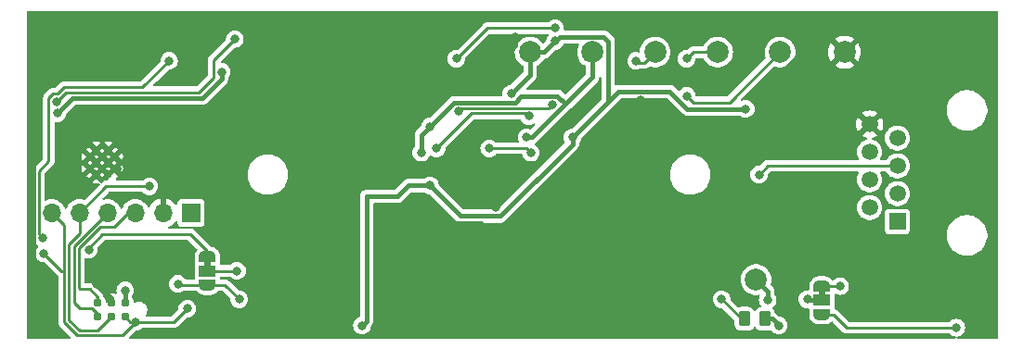
<source format=gbr>
%TF.GenerationSoftware,KiCad,Pcbnew,9.0.6*%
%TF.CreationDate,2026-02-07T10:01:58-05:00*%
%TF.ProjectId,OnionStraws,4f6e696f-6e53-4747-9261-77732e6b6963,rev?*%
%TF.SameCoordinates,Original*%
%TF.FileFunction,Copper,L2,Bot*%
%TF.FilePolarity,Positive*%
%FSLAX46Y46*%
G04 Gerber Fmt 4.6, Leading zero omitted, Abs format (unit mm)*
G04 Created by KiCad (PCBNEW 9.0.6) date 2026-02-07 10:01:58*
%MOMM*%
%LPD*%
G01*
G04 APERTURE LIST*
G04 Aperture macros list*
%AMRoundRect*
0 Rectangle with rounded corners*
0 $1 Rounding radius*
0 $2 $3 $4 $5 $6 $7 $8 $9 X,Y pos of 4 corners*
0 Add a 4 corners polygon primitive as box body*
4,1,4,$2,$3,$4,$5,$6,$7,$8,$9,$2,$3,0*
0 Add four circle primitives for the rounded corners*
1,1,$1+$1,$2,$3*
1,1,$1+$1,$4,$5*
1,1,$1+$1,$6,$7*
1,1,$1+$1,$8,$9*
0 Add four rect primitives between the rounded corners*
20,1,$1+$1,$2,$3,$4,$5,0*
20,1,$1+$1,$4,$5,$6,$7,0*
20,1,$1+$1,$6,$7,$8,$9,0*
20,1,$1+$1,$8,$9,$2,$3,0*%
%AMFreePoly0*
4,1,23,0.550000,-0.750000,0.000000,-0.750000,0.000000,-0.745722,-0.065263,-0.745722,-0.191342,-0.711940,-0.304381,-0.646677,-0.396677,-0.554381,-0.461940,-0.441342,-0.495722,-0.315263,-0.495722,-0.250000,-0.500000,-0.250000,-0.500000,0.250000,-0.495722,0.250000,-0.495722,0.315263,-0.461940,0.441342,-0.396677,0.554381,-0.304381,0.646677,-0.191342,0.711940,-0.065263,0.745722,0.000000,0.745722,
0.000000,0.750000,0.550000,0.750000,0.550000,-0.750000,0.550000,-0.750000,$1*%
%AMFreePoly1*
4,1,23,0.000000,0.745722,0.065263,0.745722,0.191342,0.711940,0.304381,0.646677,0.396677,0.554381,0.461940,0.441342,0.495722,0.315263,0.495722,0.250000,0.500000,0.250000,0.500000,-0.250000,0.495722,-0.250000,0.495722,-0.315263,0.461940,-0.441342,0.396677,-0.554381,0.304381,-0.646677,0.191342,-0.711940,0.065263,-0.745722,0.000000,-0.745722,0.000000,-0.750000,-0.550000,-0.750000,
-0.550000,0.750000,0.000000,0.750000,0.000000,0.745722,0.000000,0.745722,$1*%
G04 Aperture macros list end*
%TA.AperFunction,EtchedComponent*%
%ADD10C,0.000000*%
%TD*%
%TA.AperFunction,HeatsinkPad*%
%ADD11C,0.600000*%
%TD*%
%TA.AperFunction,ComponentPad*%
%ADD12R,1.500000X1.500000*%
%TD*%
%TA.AperFunction,ComponentPad*%
%ADD13C,1.500000*%
%TD*%
%TA.AperFunction,SMDPad,CuDef*%
%ADD14C,2.000000*%
%TD*%
%TA.AperFunction,SMDPad,CuDef*%
%ADD15RoundRect,0.250000X-0.262500X-0.450000X0.262500X-0.450000X0.262500X0.450000X-0.262500X0.450000X0*%
%TD*%
%TA.AperFunction,ConnectorPad*%
%ADD16C,0.787400*%
%TD*%
%TA.AperFunction,SMDPad,CuDef*%
%ADD17FreePoly0,270.000000*%
%TD*%
%TA.AperFunction,SMDPad,CuDef*%
%ADD18R,1.500000X1.000000*%
%TD*%
%TA.AperFunction,SMDPad,CuDef*%
%ADD19FreePoly1,270.000000*%
%TD*%
%TA.AperFunction,ComponentPad*%
%ADD20R,1.700000X1.700000*%
%TD*%
%TA.AperFunction,ComponentPad*%
%ADD21O,1.700000X1.700000*%
%TD*%
%TA.AperFunction,ViaPad*%
%ADD22C,0.800000*%
%TD*%
%TA.AperFunction,Conductor*%
%ADD23C,0.406400*%
%TD*%
%TA.AperFunction,Conductor*%
%ADD24C,0.250000*%
%TD*%
G04 APERTURE END LIST*
D10*
%TA.AperFunction,EtchedComponent*%
%TO.C,JP2*%
G36*
X115825000Y-106100000D02*
G01*
X115225000Y-106100000D01*
X115225000Y-105600000D01*
X115825000Y-105600000D01*
X115825000Y-106100000D01*
G37*
%TD.AperFunction*%
%TA.AperFunction,EtchedComponent*%
%TO.C,JP1*%
G36*
X59800000Y-103400000D02*
G01*
X59200000Y-103400000D01*
X59200000Y-102900000D01*
X59800000Y-102900000D01*
X59800000Y-103400000D01*
G37*
%TD.AperFunction*%
%TD*%
D11*
%TO.P,U2,19,GND*%
%TO.N,GND*%
X49350000Y-95000000D03*
X50450000Y-95000000D03*
X48800000Y-94450000D03*
X49900000Y-94450000D03*
X51000000Y-94450000D03*
X49350000Y-93900000D03*
X50450000Y-93900000D03*
X48800000Y-93350000D03*
X49900000Y-93350000D03*
X51000000Y-93350000D03*
X49350000Y-92800000D03*
X50450000Y-92800000D03*
%TD*%
D12*
%TO.P,J1,1*%
%TO.N,VDC*%
X122425000Y-99282500D03*
D13*
%TO.P,J1,2*%
%TO.N,unconnected-(J1-Pad2)*%
X119885000Y-98012500D03*
%TO.P,J1,3*%
%TO.N,/ALT_PWR*%
X122425000Y-96742500D03*
%TO.P,J1,4*%
%TO.N,GEA_FullTx*%
X119885000Y-95472500D03*
%TO.P,J1,5*%
%TO.N,GEA_FullRx*%
X122425000Y-94202500D03*
%TO.P,J1,6*%
%TO.N,unconnected-(J1-Pad6)*%
X119885000Y-92932500D03*
%TO.P,J1,7*%
%TO.N,GEA_HalfDplx*%
X122425000Y-91662500D03*
%TO.P,J1,8*%
%TO.N,GND*%
X119885000Y-90392500D03*
%TD*%
D14*
%TO.P,TP1,1,1*%
%TO.N,+5V*%
X88925000Y-83800000D03*
%TD*%
%TO.P,TP4,1,1*%
%TO.N,Net-(D9-A)*%
X100325000Y-83800000D03*
%TD*%
D15*
%TO.P,R8,1*%
%TO.N,Net-(Q2-G)*%
X108500000Y-108200000D03*
%TO.P,R8,2*%
%TO.N,/p2*%
X110325000Y-108200000D03*
%TD*%
D16*
%TO.P,J3,1,Pin_1*%
%TO.N,/EN*%
X52000000Y-108000000D03*
%TO.P,J3,2,Pin_2*%
%TO.N,+3V3*%
X52000000Y-106730000D03*
%TO.P,J3,3,Pin_3*%
%TO.N,GEA3_RX*%
X50730000Y-108000000D03*
%TO.P,J3,4,Pin_4*%
%TO.N,GND*%
X50730000Y-106730000D03*
%TO.P,J3,5,Pin_5*%
%TO.N,GEA3_TX*%
X49460000Y-108000000D03*
%TO.P,J3,6,Pin_6*%
%TO.N,/BOOT*%
X49460000Y-106730000D03*
%TD*%
D17*
%TO.P,JP2,1,A*%
%TO.N,Net-(JP2-A)*%
X115525000Y-105200000D03*
D18*
%TO.P,JP2,2,C*%
%TO.N,/p1*%
X115525000Y-106500000D03*
D19*
%TO.P,JP2,3,B*%
%TO.N,Net-(JP2-B)*%
X115525000Y-107800000D03*
%TD*%
D14*
%TO.P,TP7,1,1*%
%TO.N,GND*%
X117600000Y-83800000D03*
%TD*%
%TO.P,TP5,1,1*%
%TO.N,Net-(R20-Pad1)*%
X106025000Y-83800000D03*
%TD*%
%TO.P,TP2,1,1*%
%TO.N,+3V3*%
X94625000Y-83800000D03*
%TD*%
%TO.P,TP6,1,1*%
%TO.N,Net-(R21-Pad1)*%
X111725000Y-83800000D03*
%TD*%
%TO.P,TP3,1,1*%
%TO.N,/p1*%
X109525000Y-104600000D03*
%TD*%
D17*
%TO.P,JP1,1,A*%
%TO.N,Net-(JP1-A)*%
X59500000Y-102500000D03*
D18*
%TO.P,JP1,2,C*%
%TO.N,GEA2_TX*%
X59500000Y-103800000D03*
D19*
%TO.P,JP1,3,B*%
%TO.N,/BOOT*%
X59500000Y-105100000D03*
%TD*%
D20*
%TO.P,J2,1,Pin_1*%
%TO.N,+3V3*%
X58000000Y-98500000D03*
D21*
%TO.P,J2,2,Pin_2*%
%TO.N,GND*%
X55460000Y-98500000D03*
%TO.P,J2,3,Pin_3*%
%TO.N,/BOOT*%
X52920000Y-98500000D03*
%TO.P,J2,4,Pin_4*%
%TO.N,GEA3_TX*%
X50380000Y-98500000D03*
%TO.P,J2,5,Pin_5*%
%TO.N,GEA3_RX*%
X47840000Y-98500000D03*
%TO.P,J2,6,Pin_6*%
%TO.N,/EN*%
X45300000Y-98500000D03*
%TD*%
D22*
%TO.N,+5V*%
X87200000Y-87600000D03*
X91200000Y-82800000D03*
X73600000Y-108800000D03*
X92800000Y-91600000D03*
X108600000Y-89000000D03*
X79800000Y-96000000D03*
%TO.N,Net-(Q2-G)*%
X106400000Y-106400000D03*
%TO.N,GEA_FullRx*%
X109800000Y-95000000D03*
%TO.N,Net-(D9-K-Pad3)*%
X82200000Y-84400000D03*
X91200000Y-81600000D03*
%TO.N,Net-(D9-A)*%
X82400000Y-89206400D03*
X98600000Y-84600000D03*
X90935896Y-88625000D03*
%TO.N,Net-(JP2-B)*%
X127800000Y-109000000D03*
%TO.N,Net-(JP2-A)*%
X117200000Y-105200000D03*
%TO.N,/BOOT*%
X56800000Y-105000000D03*
X62400000Y-106400000D03*
%TO.N,GEA3_RX*%
X54200000Y-96075000D03*
%TO.N,/EN*%
X52980901Y-108473213D03*
X57653431Y-107268075D03*
X44582347Y-102217653D03*
%TO.N,/BOOT_SEL*%
X62000000Y-82600000D03*
X45747584Y-88316520D03*
%TO.N,/LED1*%
X56000000Y-84600000D03*
X44503200Y-100800000D03*
%TO.N,GEA2_TX*%
X62203200Y-103800000D03*
%TO.N,Net-(R20-Pad1)*%
X88800000Y-89656400D03*
X80400000Y-92600000D03*
X103200000Y-84400000D03*
%TO.N,Net-(R21-Pad1)*%
X85200000Y-92600000D03*
X89000000Y-93000000D03*
X103200000Y-87800000D03*
%TO.N,Net-(JP1-A)*%
X48670851Y-101870851D03*
%TO.N,GND*%
X61400000Y-88600000D03*
X108200000Y-102800000D03*
X70600000Y-85800000D03*
X87600000Y-82400000D03*
X52743961Y-82659280D03*
X89600000Y-104600000D03*
X112800000Y-87800000D03*
X72800000Y-107400000D03*
X85262500Y-90404383D03*
X97587347Y-90387347D03*
X107000000Y-86000000D03*
X85200000Y-85400000D03*
X80000000Y-105200000D03*
X106400000Y-91600000D03*
X72600000Y-103000000D03*
X116800000Y-86800000D03*
X109800000Y-98400000D03*
X74400000Y-95400000D03*
X102800000Y-102800000D03*
X99000000Y-88200000D03*
X95800000Y-91400000D03*
X80600000Y-108800000D03*
X111600000Y-85800000D03*
X45035113Y-107386787D03*
X49400000Y-105000000D03*
X79200000Y-98200000D03*
X114800000Y-82600000D03*
X91200000Y-86200000D03*
X55600000Y-101800000D03*
X67200000Y-102625000D03*
X50200000Y-82600000D03*
X94200000Y-96200000D03*
X85800000Y-98000000D03*
X73600000Y-85000000D03*
%TO.N,+3V3*%
X79000000Y-93000000D03*
X88600000Y-91600000D03*
X52000000Y-105600000D03*
X79800000Y-90600000D03*
X45800000Y-89400000D03*
X60800000Y-85600000D03*
%TO.N,/p2*%
X111600000Y-108800000D03*
%TO.N,/p1*%
X110600000Y-106450000D03*
X114200000Y-106400000D03*
%TD*%
D23*
%TO.N,+5V*%
X88925000Y-83800000D02*
X90200000Y-83800000D01*
X101660903Y-87396800D02*
X103264103Y-89000000D01*
X95800000Y-88600000D02*
X96028200Y-88371800D01*
X82603200Y-98803200D02*
X86196800Y-98803200D01*
X92800000Y-92200000D02*
X92800000Y-91600000D01*
X73600000Y-108800000D02*
X74000000Y-108400000D01*
X95800000Y-88600000D02*
X97003200Y-87396800D01*
X91603200Y-82396800D02*
X91200000Y-82800000D01*
X92800000Y-91600000D02*
X95800000Y-88600000D01*
X87200000Y-87600000D02*
X88925000Y-85875000D01*
X86196800Y-98803200D02*
X92800000Y-92200000D01*
X97003200Y-87396800D02*
X101660903Y-87396800D01*
X76800000Y-97000000D02*
X77800000Y-96000000D01*
X88925000Y-85875000D02*
X88925000Y-83800000D01*
X90200000Y-83800000D02*
X91200000Y-82800000D01*
X103264103Y-89000000D02*
X108600000Y-89000000D01*
X77800000Y-96000000D02*
X79800000Y-96000000D01*
X95596800Y-82396800D02*
X91603200Y-82396800D01*
X96028200Y-88371800D02*
X96028200Y-82828200D01*
X74000000Y-97000000D02*
X76800000Y-97000000D01*
X96028200Y-82828200D02*
X95596800Y-82396800D01*
X79800000Y-96000000D02*
X82603200Y-98803200D01*
X74000000Y-108400000D02*
X74000000Y-97000000D01*
D24*
%TO.N,Net-(Q2-G)*%
X108200000Y-108200000D02*
X106400000Y-106400000D01*
X108500000Y-108200000D02*
X108200000Y-108200000D01*
%TO.N,GEA_FullRx*%
X109800000Y-95000000D02*
X110597500Y-94202500D01*
X110597500Y-94202500D02*
X122425000Y-94202500D01*
%TO.N,Net-(D9-K-Pad3)*%
X82200000Y-84400000D02*
X85000000Y-81600000D01*
X85000000Y-81600000D02*
X91200000Y-81600000D01*
%TO.N,Net-(D9-A)*%
X90629496Y-88931400D02*
X82675000Y-88931400D01*
X98800000Y-84800000D02*
X98600000Y-84600000D01*
X100325000Y-83800000D02*
X99325000Y-84800000D01*
X90935896Y-88625000D02*
X90629496Y-88931400D01*
X82675000Y-88931400D02*
X82400000Y-89206400D01*
X99325000Y-84800000D02*
X98800000Y-84800000D01*
%TO.N,Net-(JP2-B)*%
X117800000Y-109000000D02*
X127800000Y-109000000D01*
X116600000Y-107800000D02*
X117800000Y-109000000D01*
X115525000Y-107800000D02*
X116600000Y-107800000D01*
%TO.N,Net-(JP2-A)*%
X117200000Y-105200000D02*
X115525000Y-105200000D01*
%TO.N,/BOOT*%
X56900000Y-105100000D02*
X56800000Y-105000000D01*
X47878700Y-105478700D02*
X47769700Y-105369700D01*
X49460000Y-106730000D02*
X49460000Y-106173225D01*
X51000000Y-99800000D02*
X52300000Y-98500000D01*
X47769700Y-105369700D02*
X47769700Y-101746696D01*
X49460000Y-106173225D02*
X48765475Y-105478700D01*
X47769700Y-101746696D02*
X49716396Y-99800000D01*
X59500000Y-105100000D02*
X56900000Y-105100000D01*
X52300000Y-98500000D02*
X52920000Y-98500000D01*
X59500000Y-105100000D02*
X61100000Y-105100000D01*
X61100000Y-105100000D02*
X62400000Y-106400000D01*
X49716396Y-99800000D02*
X51000000Y-99800000D01*
X48765475Y-105478700D02*
X47878700Y-105478700D01*
%TO.N,GEA3_RX*%
X46869700Y-108291490D02*
X46869700Y-101373904D01*
X54200000Y-96075000D02*
X50265000Y-96075000D01*
X50265000Y-96075000D02*
X47840000Y-98500000D01*
X46869700Y-101373904D02*
X47840000Y-100403604D01*
X50730000Y-108000000D02*
X49478700Y-109251300D01*
X49478700Y-109251300D02*
X47829510Y-109251300D01*
X47829510Y-109251300D02*
X46869700Y-108291490D01*
X47840000Y-100403604D02*
X47840000Y-98500000D01*
%TO.N,/EN*%
X51752814Y-109701300D02*
X47643114Y-109701300D01*
X52980901Y-108473213D02*
X52473213Y-108473213D01*
X56448293Y-108473213D02*
X52980901Y-108473213D01*
X46419700Y-103800000D02*
X46419700Y-99619700D01*
X46419700Y-108477886D02*
X46419700Y-103800000D01*
X47643114Y-109701300D02*
X46419700Y-108477886D01*
X57653431Y-107268075D02*
X56448293Y-108473213D01*
X52980901Y-108473213D02*
X51752814Y-109701300D01*
X46164694Y-103800000D02*
X46419700Y-103800000D01*
X44582347Y-102217653D02*
X46164694Y-103800000D01*
X52473213Y-108473213D02*
X52000000Y-108000000D01*
X46419700Y-99619700D02*
X45300000Y-98500000D01*
%TO.N,GEA3_TX*%
X48932904Y-107219300D02*
X47829510Y-107219300D01*
X49460000Y-108000000D02*
X49460000Y-107746396D01*
X47829510Y-107219300D02*
X47319700Y-106709490D01*
X49460000Y-107746396D02*
X48932904Y-107219300D01*
X47319700Y-106709490D02*
X47319700Y-101560300D01*
X47319700Y-101560300D02*
X50380000Y-98500000D01*
%TO.N,/BOOT_SEL*%
X58728200Y-87471800D02*
X60075000Y-86125000D01*
X46592304Y-87471800D02*
X58728200Y-87471800D01*
X60075000Y-86125000D02*
X60075000Y-84525000D01*
X60075000Y-84525000D02*
X62000000Y-82600000D01*
X45747584Y-88316520D02*
X46592304Y-87471800D01*
%TO.N,/LED1*%
X45022584Y-88016215D02*
X45447279Y-87591520D01*
X45836188Y-87591520D02*
X46405908Y-87021800D01*
X45022584Y-93777416D02*
X45022584Y-88016215D01*
X46405908Y-87021800D02*
X53578200Y-87021800D01*
X53578200Y-87021800D02*
X56000000Y-84600000D01*
X44503200Y-100800000D02*
X44125000Y-100421800D01*
X44125000Y-94675000D02*
X45022584Y-93777416D01*
X44125000Y-100421800D02*
X44125000Y-94675000D01*
X45447279Y-87591520D02*
X45836188Y-87591520D01*
%TO.N,GEA2_TX*%
X62203200Y-103800000D02*
X59500000Y-103800000D01*
%TO.N,Net-(R20-Pad1)*%
X103800000Y-83800000D02*
X103200000Y-84400000D01*
X83600000Y-89400000D02*
X80400000Y-92600000D01*
X88543600Y-89400000D02*
X83600000Y-89400000D01*
X106025000Y-83800000D02*
X103800000Y-83800000D01*
X88800000Y-89656400D02*
X88543600Y-89400000D01*
%TO.N,Net-(R21-Pad1)*%
X85200000Y-92600000D02*
X88600000Y-92600000D01*
X103800000Y-88400000D02*
X107125000Y-88400000D01*
X103200000Y-87800000D02*
X103800000Y-88400000D01*
X88600000Y-92600000D02*
X89000000Y-93000000D01*
X107125000Y-88400000D02*
X111725000Y-83800000D01*
%TO.N,Net-(JP1-A)*%
X57980000Y-100475000D02*
X49925000Y-100475000D01*
X59500000Y-102500000D02*
X59500000Y-101995000D01*
X48600000Y-101800000D02*
X48670851Y-101870851D01*
X49925000Y-100475000D02*
X48600000Y-101800000D01*
X59500000Y-101995000D02*
X57980000Y-100475000D01*
D23*
%TO.N,GND*%
X70600000Y-85800000D02*
X70600000Y-91600000D01*
X85200000Y-85400000D02*
X85340575Y-85400000D01*
X43596800Y-90003200D02*
X44000000Y-89600000D01*
X109000000Y-91600000D02*
X106400000Y-91600000D01*
X44000000Y-85053012D02*
X46453012Y-82600000D01*
X70600000Y-85800000D02*
X72800000Y-85800000D01*
D24*
X52743961Y-82659280D02*
X52684681Y-82600000D01*
D23*
X85262500Y-90404383D02*
X84000000Y-91666883D01*
X72800000Y-103200000D02*
X72600000Y-103000000D01*
X60600000Y-88600000D02*
X61400000Y-88600000D01*
X106400000Y-91600000D02*
X102400000Y-91600000D01*
X109800000Y-98400000D02*
X109800000Y-101200000D01*
X72800000Y-107400000D02*
X72800000Y-103200000D01*
X72800000Y-85800000D02*
X73600000Y-85000000D01*
X46453012Y-82600000D02*
X50200000Y-82600000D01*
X45035113Y-107386787D02*
X43596800Y-105948474D01*
X43596800Y-105948474D02*
X43596800Y-90003200D01*
X84000000Y-91666883D02*
X84000000Y-96200000D01*
X51410000Y-94450000D02*
X51000000Y-94450000D01*
X114800000Y-82600000D02*
X114800000Y-82709425D01*
X87600000Y-83140575D02*
X87600000Y-82400000D01*
X80600000Y-108800000D02*
X80600000Y-105800000D01*
X97587347Y-90387347D02*
X99200000Y-92000000D01*
X84000000Y-96200000D02*
X85800000Y-98000000D01*
D24*
X52684681Y-82600000D02*
X50200000Y-82600000D01*
D23*
X50730000Y-106730000D02*
X50730000Y-106330000D01*
X49400000Y-105000000D02*
X49400000Y-103200000D01*
X99000000Y-88200000D02*
X95800000Y-91400000D01*
X55460000Y-98500000D02*
X55460000Y-93740000D01*
X97200000Y-96200000D02*
X94200000Y-96200000D01*
X79200000Y-98200000D02*
X80409600Y-99409600D01*
X109800000Y-101200000D02*
X108200000Y-102800000D01*
X50800000Y-101800000D02*
X55600000Y-101800000D01*
X114800000Y-85800000D02*
X114800000Y-82600000D01*
X99200000Y-94200000D02*
X97200000Y-96200000D01*
X70600000Y-91600000D02*
X74400000Y-95400000D01*
X84409600Y-99409600D02*
X89600000Y-104600000D01*
X50730000Y-106330000D02*
X49400000Y-105000000D01*
X49400000Y-103200000D02*
X50800000Y-101800000D01*
X102400000Y-91600000D02*
X99000000Y-88200000D01*
X44000000Y-89600000D02*
X44000000Y-85053012D01*
X85340575Y-85400000D02*
X87600000Y-83140575D01*
X114800000Y-84800000D02*
X114800000Y-82600000D01*
X99200000Y-92000000D02*
X99200000Y-94200000D01*
X80600000Y-105800000D02*
X80000000Y-105200000D01*
X108200000Y-102800000D02*
X102800000Y-102800000D01*
X116800000Y-86800000D02*
X114800000Y-84800000D01*
X72600000Y-103000000D02*
X67575000Y-103000000D01*
X55460000Y-93740000D02*
X60600000Y-88600000D01*
X111709425Y-85800000D02*
X111600000Y-85800000D01*
X67575000Y-103000000D02*
X67200000Y-102625000D01*
X114800000Y-82709425D02*
X111709425Y-85800000D01*
X112800000Y-87800000D02*
X109000000Y-91600000D01*
X112800000Y-87800000D02*
X114800000Y-85800000D01*
X80409600Y-99409600D02*
X84409600Y-99409600D01*
X102800000Y-102800000D02*
X102600000Y-102800000D01*
%TO.N,+3V3*%
X94625000Y-86071793D02*
X94625000Y-83800000D01*
X88114097Y-87821800D02*
X91421800Y-87821800D01*
X81996800Y-88403200D02*
X87532697Y-88403200D01*
X79000000Y-93000000D02*
X79000000Y-91400000D01*
X45800000Y-89400000D02*
X47200000Y-88000000D01*
X89096793Y-91600000D02*
X92148396Y-88548396D01*
X79800000Y-90600000D02*
X81996800Y-88403200D01*
X92148396Y-88548396D02*
X94625000Y-86071793D01*
X88600000Y-91600000D02*
X89096793Y-91600000D01*
X47200000Y-88000000D02*
X59000000Y-88000000D01*
X52000000Y-105600000D02*
X52000000Y-106730000D01*
X60800000Y-86200000D02*
X60800000Y-85600000D01*
X94018600Y-84406400D02*
X94625000Y-83800000D01*
X79000000Y-91400000D02*
X79800000Y-90600000D01*
X59000000Y-88000000D02*
X60800000Y-86200000D01*
X91421800Y-87821800D02*
X92148396Y-88548396D01*
X87532697Y-88403200D02*
X88114097Y-87821800D01*
%TO.N,/p2*%
X111000000Y-108200000D02*
X111600000Y-108800000D01*
X110325000Y-108200000D02*
X111000000Y-108200000D01*
%TO.N,/p1*%
X110600000Y-106450000D02*
X110600000Y-105675000D01*
X115525000Y-106500000D02*
X114300000Y-106500000D01*
X114300000Y-106500000D02*
X114200000Y-106400000D01*
X110600000Y-105675000D02*
X109525000Y-104600000D01*
%TD*%
%TA.AperFunction,Conductor*%
%TO.N,GND*%
G36*
X93353045Y-83019407D02*
G01*
X93389009Y-83068907D01*
X93389009Y-83130093D01*
X93385519Y-83139260D01*
X93303700Y-83325788D01*
X93295843Y-83343701D01*
X93238865Y-83568696D01*
X93219700Y-83800000D01*
X93238865Y-84031303D01*
X93243721Y-84050477D01*
X93295843Y-84256300D01*
X93342453Y-84362559D01*
X93389075Y-84468848D01*
X93389078Y-84468853D01*
X93416466Y-84510773D01*
X93429214Y-84539298D01*
X93456042Y-84639423D01*
X93519608Y-84749522D01*
X93535519Y-84777080D01*
X93647920Y-84889481D01*
X93785580Y-84968959D01*
X93887060Y-84996149D01*
X93908545Y-85004703D01*
X93969420Y-85037647D01*
X94011597Y-85081970D01*
X94021300Y-85124714D01*
X94021300Y-85780723D01*
X94002393Y-85838914D01*
X93992304Y-85850727D01*
X92218399Y-87624631D01*
X92163882Y-87652408D01*
X92103450Y-87642837D01*
X92078394Y-87624633D01*
X91792480Y-87338719D01*
X91792477Y-87338717D01*
X91654824Y-87259243D01*
X91654822Y-87259242D01*
X91654820Y-87259241D01*
X91622115Y-87250478D01*
X91501279Y-87218100D01*
X91501277Y-87218100D01*
X88674669Y-87218100D01*
X88616478Y-87199193D01*
X88580514Y-87149693D01*
X88580514Y-87088507D01*
X88604665Y-87049096D01*
X88779550Y-86874211D01*
X89408080Y-86245681D01*
X89462587Y-86151272D01*
X89487527Y-86108075D01*
X89487536Y-86108057D01*
X89487558Y-86108020D01*
X89487559Y-86108019D01*
X89528700Y-85954479D01*
X89528700Y-85124714D01*
X89547607Y-85066523D01*
X89580582Y-85037646D01*
X89595047Y-85029818D01*
X89693626Y-84976470D01*
X89876784Y-84833913D01*
X90033979Y-84663153D01*
X90160924Y-84468849D01*
X90163518Y-84462934D01*
X90204207Y-84417239D01*
X90254181Y-84403700D01*
X90279479Y-84403700D01*
X90400568Y-84371253D01*
X90400571Y-84371253D01*
X90418302Y-84366502D01*
X90433020Y-84362559D01*
X90570680Y-84283081D01*
X91229821Y-83623938D01*
X91284336Y-83596163D01*
X91288719Y-83595568D01*
X91379255Y-83585368D01*
X91549522Y-83525789D01*
X91702262Y-83429816D01*
X91829816Y-83302262D01*
X91925789Y-83149522D01*
X91954734Y-83066802D01*
X91991799Y-83018122D01*
X92048178Y-83000500D01*
X93294854Y-83000500D01*
X93353045Y-83019407D01*
G37*
%TD.AperFunction*%
%TA.AperFunction,Conductor*%
G36*
X131548691Y-80029407D02*
G01*
X131584655Y-80078907D01*
X131589500Y-80109500D01*
X131589500Y-109890500D01*
X131570593Y-109948691D01*
X131521093Y-109984655D01*
X131490500Y-109989500D01*
X127930391Y-109989500D01*
X127872200Y-109970593D01*
X127836236Y-109921093D01*
X127836236Y-109859907D01*
X127872200Y-109810407D01*
X127919305Y-109792122D01*
X127979255Y-109785368D01*
X128149522Y-109725789D01*
X128302262Y-109629816D01*
X128429816Y-109502262D01*
X128525789Y-109349522D01*
X128585368Y-109179255D01*
X128605565Y-109000000D01*
X128585368Y-108820745D01*
X128577837Y-108799224D01*
X128538237Y-108686053D01*
X128525789Y-108650478D01*
X128512905Y-108629974D01*
X128429818Y-108497741D01*
X128429817Y-108497740D01*
X128429816Y-108497738D01*
X128302262Y-108370184D01*
X128302259Y-108370182D01*
X128302258Y-108370181D01*
X128149523Y-108274211D01*
X127979261Y-108214633D01*
X127979257Y-108214632D01*
X127800000Y-108194435D01*
X127620742Y-108214632D01*
X127620738Y-108214633D01*
X127450477Y-108274211D01*
X127450476Y-108274211D01*
X127297741Y-108370181D01*
X127297736Y-108370185D01*
X127222417Y-108445504D01*
X127167900Y-108473281D01*
X127152414Y-108474500D01*
X118058677Y-108474500D01*
X118000486Y-108455593D01*
X117988673Y-108445504D01*
X117020506Y-107477337D01*
X117020505Y-107477335D01*
X116922665Y-107379495D01*
X116897559Y-107365000D01*
X116802837Y-107310312D01*
X116802839Y-107310312D01*
X116788054Y-107306350D01*
X116774591Y-107302743D01*
X116754080Y-107297247D01*
X116747151Y-107295390D01*
X116695837Y-107262064D01*
X116674996Y-107215252D01*
X116673462Y-107205565D01*
X116663150Y-107140462D01*
X116663150Y-107109487D01*
X116664272Y-107102403D01*
X116675500Y-107031519D01*
X116675499Y-105994968D01*
X116694406Y-105936778D01*
X116743906Y-105900814D01*
X116805092Y-105900814D01*
X116827172Y-105911145D01*
X116850472Y-105925786D01*
X116850475Y-105925787D01*
X116850478Y-105925789D01*
X116951145Y-105961014D01*
X117020738Y-105985366D01*
X117020742Y-105985367D01*
X117020745Y-105985368D01*
X117200000Y-106005565D01*
X117379255Y-105985368D01*
X117549522Y-105925789D01*
X117702262Y-105829816D01*
X117829816Y-105702262D01*
X117925789Y-105549522D01*
X117985368Y-105379255D01*
X118005565Y-105200000D01*
X117985368Y-105020745D01*
X117984059Y-105017005D01*
X117934689Y-104875914D01*
X117925789Y-104850478D01*
X117913739Y-104831301D01*
X117829818Y-104697741D01*
X117829817Y-104697740D01*
X117829816Y-104697738D01*
X117702262Y-104570184D01*
X117702259Y-104570182D01*
X117702258Y-104570181D01*
X117549523Y-104474211D01*
X117379261Y-104414633D01*
X117379257Y-104414632D01*
X117200000Y-104394435D01*
X117020742Y-104414632D01*
X117020738Y-104414633D01*
X116850477Y-104474211D01*
X116850476Y-104474211D01*
X116697741Y-104570181D01*
X116697740Y-104570181D01*
X116628814Y-104639107D01*
X116574297Y-104666883D01*
X116513865Y-104657311D01*
X116483992Y-104633934D01*
X116463523Y-104610312D01*
X116422305Y-104562744D01*
X116422295Y-104562735D01*
X116313649Y-104468593D01*
X116313636Y-104468584D01*
X116216561Y-104406198D01*
X116216548Y-104406191D01*
X116137697Y-104370181D01*
X116085767Y-104346465D01*
X116085765Y-104346464D01*
X116085762Y-104346463D01*
X115975036Y-104313950D01*
X115975028Y-104313948D01*
X115975024Y-104313947D01*
X115975019Y-104313946D01*
X115975018Y-104313946D01*
X115832713Y-104293485D01*
X115832709Y-104293485D01*
X115717292Y-104293485D01*
X115717290Y-104293485D01*
X115717248Y-104293491D01*
X115703151Y-104294500D01*
X115346849Y-104294500D01*
X115332752Y-104293491D01*
X115332710Y-104293485D01*
X115332708Y-104293485D01*
X115217291Y-104293485D01*
X115217287Y-104293485D01*
X115074981Y-104313946D01*
X115074977Y-104313946D01*
X115074976Y-104313947D01*
X115074974Y-104313947D01*
X115074963Y-104313950D01*
X114964237Y-104346463D01*
X114833451Y-104406191D01*
X114833438Y-104406198D01*
X114736363Y-104468584D01*
X114736350Y-104468593D01*
X114627704Y-104562735D01*
X114627693Y-104562746D01*
X114552107Y-104649975D01*
X114552104Y-104649980D01*
X114474383Y-104770917D01*
X114474379Y-104770925D01*
X114474378Y-104770927D01*
X114436349Y-104854200D01*
X114426430Y-104875919D01*
X114385925Y-105013867D01*
X114385924Y-105013872D01*
X114369500Y-105128105D01*
X114369500Y-105502751D01*
X114350593Y-105560942D01*
X114301093Y-105596906D01*
X114259417Y-105601129D01*
X114200000Y-105594435D01*
X114020742Y-105614632D01*
X114020738Y-105614633D01*
X113850477Y-105674211D01*
X113850476Y-105674211D01*
X113697741Y-105770181D01*
X113570181Y-105897741D01*
X113474211Y-106050476D01*
X113474211Y-106050477D01*
X113414633Y-106220738D01*
X113414632Y-106220742D01*
X113394435Y-106400000D01*
X113414632Y-106579257D01*
X113414633Y-106579261D01*
X113474211Y-106749522D01*
X113474211Y-106749523D01*
X113562215Y-106889580D01*
X113570184Y-106902262D01*
X113697738Y-107029816D01*
X113697740Y-107029817D01*
X113697741Y-107029818D01*
X113830087Y-107112977D01*
X113850478Y-107125789D01*
X113914568Y-107148215D01*
X114020738Y-107185366D01*
X114020742Y-107185367D01*
X114020745Y-107185368D01*
X114200000Y-107205565D01*
X114259416Y-107198870D01*
X114319356Y-107211142D01*
X114360637Y-107256303D01*
X114369500Y-107297247D01*
X114369500Y-107871894D01*
X114385924Y-107986127D01*
X114385925Y-107986132D01*
X114411620Y-108073640D01*
X114426432Y-108124086D01*
X114474378Y-108229073D01*
X114474379Y-108229074D01*
X114474383Y-108229082D01*
X114552104Y-108350019D01*
X114552107Y-108350024D01*
X114552110Y-108350027D01*
X114627695Y-108437256D01*
X114627702Y-108437262D01*
X114627704Y-108437264D01*
X114736350Y-108531406D01*
X114736363Y-108531415D01*
X114833438Y-108593801D01*
X114833442Y-108593803D01*
X114833448Y-108593807D01*
X114964233Y-108653535D01*
X115074976Y-108686053D01*
X115154039Y-108697420D01*
X115217287Y-108706515D01*
X115217291Y-108706515D01*
X115332710Y-108706515D01*
X115332752Y-108706509D01*
X115346849Y-108705500D01*
X115703151Y-108705500D01*
X115717248Y-108706509D01*
X115717290Y-108706515D01*
X115717292Y-108706515D01*
X115832713Y-108706515D01*
X115889635Y-108698330D01*
X115975024Y-108686053D01*
X116085767Y-108653535D01*
X116216552Y-108593807D01*
X116313644Y-108531410D01*
X116391103Y-108464291D01*
X116447462Y-108440474D01*
X116507057Y-108454332D01*
X116525938Y-108469107D01*
X117379493Y-109322662D01*
X117379495Y-109322665D01*
X117477335Y-109420505D01*
X117597164Y-109489688D01*
X117597166Y-109489688D01*
X117597167Y-109489689D01*
X117644090Y-109502262D01*
X117644091Y-109502262D01*
X117730816Y-109525500D01*
X117730817Y-109525500D01*
X127152414Y-109525500D01*
X127210605Y-109544407D01*
X127222417Y-109554496D01*
X127273486Y-109605564D01*
X127297738Y-109629816D01*
X127450478Y-109725789D01*
X127518657Y-109749646D01*
X127620738Y-109785366D01*
X127620742Y-109785367D01*
X127620745Y-109785368D01*
X127680694Y-109792122D01*
X127736401Y-109817426D01*
X127766597Y-109870642D01*
X127759746Y-109931442D01*
X127718466Y-109976604D01*
X127669609Y-109989500D01*
X52446791Y-109989500D01*
X52388600Y-109970593D01*
X52352636Y-109921093D01*
X52352636Y-109859907D01*
X52376787Y-109820497D01*
X52891111Y-109306171D01*
X52945628Y-109278393D01*
X52972197Y-109277797D01*
X52980901Y-109278778D01*
X53160156Y-109258581D01*
X53330423Y-109199002D01*
X53483163Y-109103029D01*
X53534329Y-109051863D01*
X53558484Y-109027709D01*
X53613001Y-108999932D01*
X53628487Y-108998713D01*
X56373031Y-108998713D01*
X56373047Y-108998714D01*
X56379110Y-108998714D01*
X56517477Y-108998714D01*
X56517477Y-108998713D01*
X56633689Y-108967574D01*
X56633690Y-108967574D01*
X56638049Y-108966405D01*
X56651129Y-108962901D01*
X56770958Y-108893718D01*
X56864676Y-108800000D01*
X72794435Y-108800000D01*
X72814632Y-108979257D01*
X72814633Y-108979261D01*
X72874211Y-109149522D01*
X72874211Y-109149523D01*
X72970180Y-109302256D01*
X72970184Y-109302262D01*
X73097738Y-109429816D01*
X73097740Y-109429817D01*
X73097741Y-109429818D01*
X73213028Y-109502258D01*
X73250478Y-109525789D01*
X73303685Y-109544407D01*
X73420738Y-109585366D01*
X73420742Y-109585367D01*
X73420745Y-109585368D01*
X73600000Y-109605565D01*
X73779255Y-109585368D01*
X73949522Y-109525789D01*
X74102262Y-109429816D01*
X74229816Y-109302262D01*
X74325789Y-109149522D01*
X74385368Y-108979255D01*
X74395566Y-108888737D01*
X74420870Y-108833031D01*
X74423942Y-108829818D01*
X74453210Y-108800551D01*
X74483080Y-108770681D01*
X74533656Y-108683080D01*
X74562559Y-108633019D01*
X74603700Y-108479479D01*
X74603700Y-106400000D01*
X105594435Y-106400000D01*
X105614632Y-106579257D01*
X105614633Y-106579261D01*
X105674211Y-106749522D01*
X105674211Y-106749523D01*
X105762215Y-106889580D01*
X105770184Y-106902262D01*
X105897738Y-107029816D01*
X105897740Y-107029817D01*
X105897741Y-107029818D01*
X106030087Y-107112977D01*
X106050478Y-107125789D01*
X106114568Y-107148215D01*
X106220738Y-107185366D01*
X106220742Y-107185367D01*
X106220745Y-107185368D01*
X106400000Y-107205565D01*
X106407285Y-107204744D01*
X106408698Y-107204585D01*
X106468640Y-107216856D01*
X106489789Y-107232958D01*
X107558004Y-108301173D01*
X107585781Y-108355690D01*
X107587000Y-108371177D01*
X107587000Y-108715688D01*
X107589901Y-108752565D01*
X107589901Y-108752568D01*
X107589902Y-108752569D01*
X107635756Y-108910398D01*
X107719419Y-109051865D01*
X107835635Y-109168081D01*
X107977102Y-109251744D01*
X108134931Y-109297598D01*
X108171806Y-109300500D01*
X108171811Y-109300500D01*
X108828189Y-109300500D01*
X108828194Y-109300500D01*
X108865069Y-109297598D01*
X109022898Y-109251744D01*
X109164365Y-109168081D01*
X109280581Y-109051865D01*
X109327288Y-108972887D01*
X109373182Y-108932427D01*
X109434096Y-108926668D01*
X109486761Y-108957814D01*
X109497708Y-108972881D01*
X109544419Y-109051865D01*
X109660635Y-109168081D01*
X109802102Y-109251744D01*
X109959931Y-109297598D01*
X109996806Y-109300500D01*
X109996811Y-109300500D01*
X110653189Y-109300500D01*
X110653194Y-109300500D01*
X110690069Y-109297598D01*
X110847898Y-109251744D01*
X110847901Y-109251742D01*
X110852748Y-109250334D01*
X110913904Y-109252256D01*
X110962250Y-109289756D01*
X110964193Y-109292729D01*
X110970180Y-109302256D01*
X110970184Y-109302262D01*
X111097738Y-109429816D01*
X111097740Y-109429817D01*
X111097741Y-109429818D01*
X111213028Y-109502258D01*
X111250478Y-109525789D01*
X111303685Y-109544407D01*
X111420738Y-109585366D01*
X111420742Y-109585367D01*
X111420745Y-109585368D01*
X111600000Y-109605565D01*
X111779255Y-109585368D01*
X111949522Y-109525789D01*
X112102262Y-109429816D01*
X112229816Y-109302262D01*
X112325789Y-109149522D01*
X112385368Y-108979255D01*
X112405565Y-108800000D01*
X112385368Y-108620745D01*
X112375942Y-108593808D01*
X112353753Y-108530394D01*
X112325789Y-108450478D01*
X112299537Y-108408699D01*
X112229818Y-108297741D01*
X112229817Y-108297740D01*
X112229816Y-108297738D01*
X112102262Y-108170184D01*
X112102259Y-108170182D01*
X112102258Y-108170181D01*
X111949523Y-108074211D01*
X111779255Y-108014631D01*
X111688739Y-108004432D01*
X111633031Y-107979128D01*
X111629821Y-107976059D01*
X111370679Y-107716918D01*
X111266495Y-107656767D01*
X111225554Y-107611298D01*
X111220926Y-107598651D01*
X111189244Y-107489603D01*
X111189244Y-107489602D01*
X111105581Y-107348135D01*
X111027299Y-107269853D01*
X110999524Y-107215339D01*
X111009095Y-107154907D01*
X111044634Y-107116026D01*
X111102262Y-107079816D01*
X111229816Y-106952262D01*
X111325789Y-106799522D01*
X111385368Y-106629255D01*
X111405565Y-106450000D01*
X111385368Y-106270745D01*
X111385365Y-106270737D01*
X111350296Y-106170516D01*
X111325789Y-106100478D01*
X111320988Y-106092838D01*
X111229818Y-105947741D01*
X111226352Y-105943395D01*
X111228238Y-105941890D01*
X111204912Y-105896055D01*
X111203700Y-105880614D01*
X111203700Y-105595522D01*
X111203700Y-105595521D01*
X111183604Y-105520521D01*
X111162559Y-105441980D01*
X111150297Y-105420742D01*
X111083081Y-105304320D01*
X110890074Y-105111312D01*
X110862297Y-105056796D01*
X110864106Y-105017009D01*
X110911134Y-104831305D01*
X110930300Y-104600000D01*
X110911134Y-104368695D01*
X110854157Y-104143700D01*
X110760924Y-103931151D01*
X110633979Y-103736847D01*
X110476784Y-103566087D01*
X110328248Y-103450477D01*
X110293629Y-103423532D01*
X110293626Y-103423530D01*
X110089506Y-103313065D01*
X110073221Y-103307474D01*
X109869981Y-103237702D01*
X109869978Y-103237701D01*
X109869977Y-103237701D01*
X109641049Y-103199500D01*
X109408951Y-103199500D01*
X109180022Y-103237701D01*
X108960493Y-103313065D01*
X108756373Y-103423530D01*
X108756370Y-103423532D01*
X108573219Y-103566084D01*
X108573216Y-103566086D01*
X108573216Y-103566087D01*
X108416021Y-103736847D01*
X108289076Y-103931151D01*
X108195843Y-104143700D01*
X108182995Y-104194435D01*
X108138865Y-104368696D01*
X108119700Y-104599999D01*
X108138865Y-104831303D01*
X108150164Y-104875919D01*
X108195843Y-105056300D01*
X108289076Y-105268849D01*
X108416021Y-105463153D01*
X108573216Y-105633913D01*
X108756374Y-105776470D01*
X108960497Y-105886936D01*
X109180019Y-105962298D01*
X109408951Y-106000500D01*
X109641049Y-106000500D01*
X109760840Y-105980510D01*
X109821348Y-105989582D01*
X109864969Y-106032487D01*
X109875040Y-106092838D01*
X109870578Y-106110858D01*
X109814633Y-106270737D01*
X109814632Y-106270742D01*
X109794435Y-106450000D01*
X109814632Y-106629257D01*
X109814633Y-106629261D01*
X109874211Y-106799522D01*
X109874211Y-106799523D01*
X109970184Y-106952263D01*
X109973309Y-106956181D01*
X109994809Y-107013464D01*
X109978533Y-107072445D01*
X109930697Y-107110595D01*
X109923530Y-107112977D01*
X109802101Y-107148256D01*
X109660636Y-107231918D01*
X109544418Y-107348136D01*
X109497714Y-107427110D01*
X109451818Y-107467573D01*
X109390904Y-107473331D01*
X109338239Y-107442185D01*
X109327286Y-107427110D01*
X109299127Y-107379495D01*
X109280581Y-107348135D01*
X109164365Y-107231919D01*
X109022898Y-107148256D01*
X108865069Y-107102402D01*
X108865068Y-107102401D01*
X108865065Y-107102401D01*
X108841640Y-107100558D01*
X108828194Y-107099500D01*
X108171806Y-107099500D01*
X108159273Y-107100486D01*
X108134934Y-107102401D01*
X108134927Y-107102403D01*
X108106731Y-107110595D01*
X107977102Y-107148256D01*
X107977100Y-107148256D01*
X107971121Y-107149994D01*
X107970604Y-107148215D01*
X107918114Y-107153166D01*
X107869728Y-107126559D01*
X107232958Y-106489789D01*
X107205181Y-106435272D01*
X107204585Y-106408698D01*
X107204744Y-106407285D01*
X107205565Y-106400000D01*
X107185368Y-106220745D01*
X107181794Y-106210532D01*
X107145457Y-106106687D01*
X107125789Y-106050478D01*
X107114484Y-106032487D01*
X107029818Y-105897741D01*
X107029817Y-105897740D01*
X107029816Y-105897738D01*
X106902262Y-105770184D01*
X106902259Y-105770182D01*
X106902258Y-105770181D01*
X106749523Y-105674211D01*
X106579261Y-105614633D01*
X106579257Y-105614632D01*
X106400000Y-105594435D01*
X106220742Y-105614632D01*
X106220738Y-105614633D01*
X106050477Y-105674211D01*
X106050476Y-105674211D01*
X105897741Y-105770181D01*
X105770181Y-105897741D01*
X105674211Y-106050476D01*
X105674211Y-106050477D01*
X105614633Y-106220738D01*
X105614632Y-106220742D01*
X105594435Y-106400000D01*
X74603700Y-106400000D01*
X74603700Y-97702700D01*
X74622607Y-97644509D01*
X74672107Y-97608545D01*
X74702700Y-97603700D01*
X76879479Y-97603700D01*
X77000568Y-97571253D01*
X77000571Y-97571253D01*
X77018302Y-97566502D01*
X77033020Y-97562559D01*
X77170680Y-97483081D01*
X78021065Y-96632696D01*
X78075582Y-96604919D01*
X78091069Y-96603700D01*
X79230615Y-96603700D01*
X79288806Y-96622607D01*
X79293312Y-96626455D01*
X79293395Y-96626352D01*
X79297741Y-96629818D01*
X79417099Y-96704816D01*
X79450478Y-96725789D01*
X79518657Y-96749646D01*
X79620738Y-96785366D01*
X79620742Y-96785367D01*
X79620745Y-96785368D01*
X79711259Y-96795566D01*
X79766967Y-96820870D01*
X79770179Y-96823940D01*
X82232519Y-99286280D01*
X82251147Y-99297035D01*
X82274143Y-99310312D01*
X82274144Y-99310312D01*
X82370181Y-99365759D01*
X82523721Y-99406900D01*
X82523723Y-99406900D01*
X86276279Y-99406900D01*
X86397368Y-99374453D01*
X86397371Y-99374453D01*
X86415102Y-99369702D01*
X86429820Y-99365759D01*
X86567480Y-99286281D01*
X87841261Y-98012500D01*
X118729571Y-98012500D01*
X118737932Y-98102737D01*
X118749244Y-98224810D01*
X118807595Y-98429889D01*
X118902634Y-98620755D01*
X119031128Y-98790907D01*
X119048789Y-98807007D01*
X119188692Y-98934547D01*
X119188699Y-98934553D01*
X119239367Y-98965925D01*
X119369981Y-99046798D01*
X119568802Y-99123821D01*
X119778390Y-99163000D01*
X119991610Y-99163000D01*
X120201198Y-99123821D01*
X120400019Y-99046798D01*
X120581302Y-98934552D01*
X120738872Y-98790907D01*
X120867366Y-98620755D01*
X120927007Y-98500978D01*
X121274500Y-98500978D01*
X121274500Y-100064021D01*
X121274501Y-100064023D01*
X121289352Y-100157799D01*
X121289354Y-100157804D01*
X121346950Y-100270842D01*
X121436658Y-100360550D01*
X121549696Y-100418146D01*
X121643481Y-100433000D01*
X123206518Y-100432999D01*
X123206521Y-100432999D01*
X123206522Y-100432998D01*
X123217812Y-100431210D01*
X126924500Y-100431210D01*
X126924500Y-100673789D01*
X126956161Y-100914281D01*
X126956161Y-100914286D01*
X127018944Y-101148592D01*
X127018948Y-101148605D01*
X127111772Y-101372704D01*
X127111774Y-101372708D01*
X127111776Y-101372712D01*
X127221813Y-101563302D01*
X127233066Y-101582792D01*
X127380729Y-101775231D01*
X127380731Y-101775233D01*
X127380735Y-101775238D01*
X127552262Y-101946765D01*
X127552266Y-101946768D01*
X127552268Y-101946770D01*
X127714060Y-102070917D01*
X127744711Y-102094436D01*
X127954788Y-102215724D01*
X128178900Y-102308554D01*
X128413211Y-102371338D01*
X128653712Y-102403000D01*
X128653713Y-102403000D01*
X128896287Y-102403000D01*
X128896288Y-102403000D01*
X129136789Y-102371338D01*
X129371100Y-102308554D01*
X129595212Y-102215724D01*
X129805289Y-102094436D01*
X129997738Y-101946765D01*
X130169265Y-101775238D01*
X130316936Y-101582789D01*
X130438224Y-101372712D01*
X130531054Y-101148600D01*
X130593838Y-100914289D01*
X130625500Y-100673788D01*
X130625500Y-100431212D01*
X130593838Y-100190711D01*
X130531054Y-99956400D01*
X130439615Y-99735645D01*
X130438227Y-99732295D01*
X130438226Y-99732294D01*
X130438224Y-99732288D01*
X130316936Y-99522211D01*
X130296867Y-99496056D01*
X130169270Y-99329768D01*
X130169268Y-99329766D01*
X130169265Y-99329762D01*
X129997738Y-99158235D01*
X129997733Y-99158231D01*
X129997731Y-99158229D01*
X129805292Y-99010566D01*
X129805289Y-99010564D01*
X129595212Y-98889276D01*
X129595208Y-98889274D01*
X129595204Y-98889272D01*
X129371105Y-98796448D01*
X129371104Y-98796447D01*
X129371100Y-98796446D01*
X129136789Y-98733662D01*
X129136786Y-98733661D01*
X129136784Y-98733661D01*
X128896289Y-98702000D01*
X128896288Y-98702000D01*
X128653712Y-98702000D01*
X128653710Y-98702000D01*
X128413218Y-98733661D01*
X128413213Y-98733661D01*
X128178907Y-98796444D01*
X128178894Y-98796448D01*
X127954795Y-98889272D01*
X127744707Y-99010566D01*
X127552268Y-99158229D01*
X127380729Y-99329768D01*
X127233066Y-99522207D01*
X127111772Y-99732295D01*
X127018948Y-99956394D01*
X127018944Y-99956407D01*
X126956161Y-100190713D01*
X126956161Y-100190718D01*
X126924500Y-100431210D01*
X123217812Y-100431210D01*
X123253411Y-100425572D01*
X123300299Y-100418147D01*
X123300299Y-100418146D01*
X123300304Y-100418146D01*
X123413342Y-100360550D01*
X123503050Y-100270842D01*
X123560646Y-100157804D01*
X123575500Y-100064019D01*
X123575499Y-98500982D01*
X123575499Y-98500981D01*
X123575499Y-98500978D01*
X123575498Y-98500976D01*
X123560647Y-98407200D01*
X123560646Y-98407198D01*
X123560646Y-98407196D01*
X123503050Y-98294158D01*
X123413342Y-98204450D01*
X123300304Y-98146854D01*
X123300305Y-98146854D01*
X123206521Y-98132000D01*
X121643478Y-98132000D01*
X121643476Y-98132001D01*
X121549700Y-98146852D01*
X121549695Y-98146854D01*
X121436659Y-98204449D01*
X121346949Y-98294159D01*
X121289354Y-98407195D01*
X121274500Y-98500978D01*
X120927007Y-98500978D01*
X120962405Y-98429889D01*
X121020756Y-98224810D01*
X121040429Y-98012500D01*
X121020756Y-97800190D01*
X120962405Y-97595111D01*
X120867366Y-97404245D01*
X120738872Y-97234093D01*
X120657475Y-97159889D01*
X120581307Y-97090452D01*
X120581300Y-97090446D01*
X120400024Y-96978205D01*
X120400019Y-96978202D01*
X120201195Y-96901178D01*
X119991610Y-96862000D01*
X119778390Y-96862000D01*
X119568804Y-96901178D01*
X119369980Y-96978202D01*
X119369975Y-96978205D01*
X119188699Y-97090446D01*
X119188692Y-97090452D01*
X119031135Y-97234086D01*
X119031131Y-97234089D01*
X119031128Y-97234093D01*
X119031125Y-97234097D01*
X118902635Y-97404243D01*
X118902630Y-97404252D01*
X118807596Y-97595108D01*
X118749244Y-97800188D01*
X118729571Y-98012500D01*
X87841261Y-98012500D01*
X90975051Y-94878710D01*
X101674500Y-94878710D01*
X101674500Y-95121289D01*
X101706161Y-95361781D01*
X101706161Y-95361786D01*
X101715409Y-95396300D01*
X101767847Y-95592000D01*
X101768944Y-95596092D01*
X101768948Y-95596105D01*
X101861772Y-95820204D01*
X101861774Y-95820208D01*
X101861776Y-95820212D01*
X101983064Y-96030289D01*
X101983066Y-96030292D01*
X102130729Y-96222731D01*
X102130731Y-96222733D01*
X102130735Y-96222738D01*
X102302262Y-96394265D01*
X102302266Y-96394268D01*
X102302268Y-96394270D01*
X102341695Y-96424523D01*
X102494711Y-96541936D01*
X102704788Y-96663224D01*
X102928900Y-96756054D01*
X103163211Y-96818838D01*
X103403712Y-96850500D01*
X103403713Y-96850500D01*
X103646287Y-96850500D01*
X103646288Y-96850500D01*
X103886789Y-96818838D01*
X104121100Y-96756054D01*
X104153822Y-96742500D01*
X121269571Y-96742500D01*
X121289244Y-96954811D01*
X121312449Y-97036367D01*
X121347595Y-97159889D01*
X121442634Y-97350755D01*
X121571128Y-97520907D01*
X121626355Y-97571253D01*
X121728692Y-97664547D01*
X121728699Y-97664553D01*
X121774848Y-97693127D01*
X121909981Y-97776798D01*
X122108802Y-97853821D01*
X122318390Y-97893000D01*
X122531610Y-97893000D01*
X122741198Y-97853821D01*
X122940019Y-97776798D01*
X123121302Y-97664552D01*
X123278872Y-97520907D01*
X123407366Y-97350755D01*
X123502405Y-97159889D01*
X123560756Y-96954810D01*
X123580429Y-96742500D01*
X123560756Y-96530190D01*
X123502405Y-96325111D01*
X123407366Y-96134245D01*
X123278872Y-95964093D01*
X123197475Y-95889889D01*
X123121307Y-95820452D01*
X123121300Y-95820446D01*
X122940024Y-95708205D01*
X122940019Y-95708202D01*
X122791012Y-95650477D01*
X122741198Y-95631179D01*
X122741197Y-95631178D01*
X122741195Y-95631178D01*
X122531610Y-95592000D01*
X122318390Y-95592000D01*
X122108804Y-95631178D01*
X121909980Y-95708202D01*
X121909975Y-95708205D01*
X121728699Y-95820446D01*
X121728692Y-95820452D01*
X121571135Y-95964086D01*
X121571131Y-95964089D01*
X121571128Y-95964093D01*
X121571125Y-95964097D01*
X121442635Y-96134243D01*
X121442630Y-96134252D01*
X121347596Y-96325108D01*
X121289244Y-96530188D01*
X121269571Y-96742500D01*
X104153822Y-96742500D01*
X104345212Y-96663224D01*
X104555289Y-96541936D01*
X104747738Y-96394265D01*
X104919265Y-96222738D01*
X105066936Y-96030289D01*
X105188224Y-95820212D01*
X105281054Y-95596100D01*
X105343838Y-95361789D01*
X105375500Y-95121288D01*
X105375500Y-95000000D01*
X108994435Y-95000000D01*
X109014632Y-95179257D01*
X109014633Y-95179261D01*
X109074211Y-95349522D01*
X109074211Y-95349523D01*
X109167341Y-95497738D01*
X109170184Y-95502262D01*
X109297738Y-95629816D01*
X109297740Y-95629817D01*
X109297741Y-95629818D01*
X109449979Y-95725476D01*
X109450478Y-95725789D01*
X109463047Y-95730187D01*
X109620738Y-95785366D01*
X109620742Y-95785367D01*
X109620745Y-95785368D01*
X109800000Y-95805565D01*
X109979255Y-95785368D01*
X109980656Y-95784878D01*
X110010211Y-95774536D01*
X110149522Y-95725789D01*
X110302262Y-95629816D01*
X110429816Y-95502262D01*
X110525789Y-95349522D01*
X110585368Y-95179255D01*
X110605565Y-95000000D01*
X110604584Y-94991300D01*
X110616853Y-94931362D01*
X110632954Y-94910213D01*
X110786173Y-94756996D01*
X110840690Y-94729219D01*
X110856176Y-94728000D01*
X118810586Y-94728000D01*
X118868777Y-94746907D01*
X118904741Y-94796407D01*
X118904741Y-94857593D01*
X118899208Y-94871124D01*
X118895430Y-94878713D01*
X118807596Y-95055108D01*
X118749244Y-95260188D01*
X118729571Y-95472500D01*
X118749244Y-95684811D01*
X118760774Y-95725333D01*
X118807595Y-95889889D01*
X118902634Y-96080755D01*
X119031128Y-96250907D01*
X119101734Y-96315273D01*
X119188692Y-96394547D01*
X119188699Y-96394553D01*
X119292389Y-96458755D01*
X119369981Y-96506798D01*
X119568802Y-96583821D01*
X119778390Y-96623000D01*
X119991610Y-96623000D01*
X120201198Y-96583821D01*
X120400019Y-96506798D01*
X120581302Y-96394552D01*
X120738872Y-96250907D01*
X120867366Y-96080755D01*
X120962405Y-95889889D01*
X121020756Y-95684810D01*
X121040429Y-95472500D01*
X121020756Y-95260190D01*
X120962405Y-95055111D01*
X120870792Y-94871127D01*
X120861780Y-94810610D01*
X120890060Y-94756352D01*
X120944831Y-94729080D01*
X120959414Y-94728000D01*
X121340129Y-94728000D01*
X121398320Y-94746907D01*
X121428750Y-94782872D01*
X121442632Y-94810751D01*
X121442641Y-94810766D01*
X121571119Y-94980896D01*
X121571122Y-94980899D01*
X121571128Y-94980907D01*
X121571135Y-94980913D01*
X121728692Y-95124547D01*
X121728699Y-95124553D01*
X121796706Y-95166661D01*
X121909981Y-95236798D01*
X122108802Y-95313821D01*
X122318390Y-95353000D01*
X122531610Y-95353000D01*
X122741198Y-95313821D01*
X122940019Y-95236798D01*
X123121302Y-95124552D01*
X123278872Y-94980907D01*
X123407366Y-94810755D01*
X123502405Y-94619889D01*
X123560756Y-94414810D01*
X123580429Y-94202500D01*
X123560756Y-93990190D01*
X123502405Y-93785111D01*
X123407366Y-93594245D01*
X123278872Y-93424093D01*
X123197601Y-93350004D01*
X123121307Y-93280452D01*
X123121300Y-93280446D01*
X122940024Y-93168205D01*
X122940019Y-93168202D01*
X122825155Y-93123704D01*
X122741198Y-93091179D01*
X122741197Y-93091178D01*
X122741195Y-93091178D01*
X122531610Y-93052000D01*
X122318390Y-93052000D01*
X122108804Y-93091178D01*
X121909980Y-93168202D01*
X121909975Y-93168205D01*
X121728699Y-93280446D01*
X121728692Y-93280452D01*
X121571135Y-93424086D01*
X121571119Y-93424103D01*
X121442641Y-93594233D01*
X121442632Y-93594248D01*
X121428750Y-93622128D01*
X121385888Y-93665790D01*
X121340129Y-93677000D01*
X120959414Y-93677000D01*
X120901223Y-93658093D01*
X120865259Y-93608593D01*
X120865259Y-93547407D01*
X120870793Y-93533872D01*
X120962405Y-93349889D01*
X121020756Y-93144810D01*
X121040429Y-92932500D01*
X121020756Y-92720190D01*
X120962405Y-92515111D01*
X120867366Y-92324245D01*
X120738872Y-92154093D01*
X120657475Y-92079889D01*
X120581307Y-92010452D01*
X120581300Y-92010446D01*
X120400024Y-91898205D01*
X120400019Y-91898202D01*
X120201196Y-91821178D01*
X120147607Y-91811161D01*
X120093882Y-91781883D01*
X120067626Y-91726617D01*
X120078869Y-91666474D01*
X120083070Y-91662500D01*
X121269571Y-91662500D01*
X121289244Y-91874811D01*
X121308590Y-91942802D01*
X121347595Y-92079889D01*
X121442634Y-92270755D01*
X121571128Y-92440907D01*
X121571135Y-92440913D01*
X121728692Y-92584547D01*
X121728699Y-92584553D01*
X121793476Y-92624661D01*
X121909981Y-92696798D01*
X122108802Y-92773821D01*
X122318390Y-92813000D01*
X122531610Y-92813000D01*
X122741198Y-92773821D01*
X122940019Y-92696798D01*
X123121302Y-92584552D01*
X123278872Y-92440907D01*
X123407366Y-92270755D01*
X123502405Y-92079889D01*
X123560756Y-91874810D01*
X123580429Y-91662500D01*
X123560756Y-91450190D01*
X123502405Y-91245111D01*
X123407366Y-91054245D01*
X123278872Y-90884093D01*
X123224623Y-90834639D01*
X123121307Y-90740452D01*
X123121300Y-90740446D01*
X122940024Y-90628205D01*
X122940019Y-90628202D01*
X122741195Y-90551178D01*
X122531610Y-90512000D01*
X122318390Y-90512000D01*
X122108804Y-90551178D01*
X121909980Y-90628202D01*
X121909975Y-90628205D01*
X121728699Y-90740446D01*
X121728692Y-90740452D01*
X121571135Y-90884086D01*
X121571131Y-90884089D01*
X121571128Y-90884093D01*
X121571125Y-90884097D01*
X121442635Y-91054243D01*
X121442630Y-91054252D01*
X121347596Y-91245108D01*
X121347595Y-91245111D01*
X121346068Y-91250477D01*
X121289244Y-91450188D01*
X121269571Y-91662500D01*
X120083070Y-91662500D01*
X120123316Y-91624425D01*
X120140176Y-91618220D01*
X120314157Y-91571602D01*
X120512388Y-91479166D01*
X120512391Y-91479165D01*
X120574571Y-91435625D01*
X119911446Y-90772500D01*
X119935028Y-90772500D01*
X120031675Y-90746604D01*
X120118325Y-90696576D01*
X120189076Y-90625825D01*
X120239104Y-90539175D01*
X120265000Y-90442528D01*
X120265000Y-90418946D01*
X120928125Y-91082071D01*
X120971665Y-91019891D01*
X120971666Y-91019888D01*
X121064102Y-90821657D01*
X121120713Y-90610381D01*
X121139775Y-90392503D01*
X121139775Y-90392496D01*
X121120713Y-90174618D01*
X121064102Y-89963342D01*
X120971668Y-89765115D01*
X120928125Y-89702928D01*
X120265000Y-90366053D01*
X120265000Y-90342472D01*
X120239104Y-90245825D01*
X120189076Y-90159175D01*
X120118325Y-90088424D01*
X120031675Y-90038396D01*
X119935028Y-90012500D01*
X119911443Y-90012500D01*
X120574570Y-89349373D01*
X120512386Y-89305832D01*
X120314157Y-89213397D01*
X120102881Y-89156786D01*
X119885003Y-89137725D01*
X119884997Y-89137725D01*
X119667118Y-89156786D01*
X119455837Y-89213398D01*
X119257622Y-89305827D01*
X119257611Y-89305834D01*
X119195428Y-89349373D01*
X119858555Y-90012500D01*
X119834972Y-90012500D01*
X119738325Y-90038396D01*
X119651675Y-90088424D01*
X119580924Y-90159175D01*
X119530896Y-90245825D01*
X119505000Y-90342472D01*
X119505000Y-90366055D01*
X118841873Y-89702928D01*
X118798334Y-89765111D01*
X118798327Y-89765122D01*
X118705898Y-89963337D01*
X118649286Y-90174618D01*
X118630225Y-90392496D01*
X118630225Y-90392503D01*
X118649286Y-90610381D01*
X118705897Y-90821657D01*
X118798332Y-91019886D01*
X118841873Y-91082070D01*
X119505000Y-90418943D01*
X119505000Y-90442528D01*
X119530896Y-90539175D01*
X119580924Y-90625825D01*
X119651675Y-90696576D01*
X119738325Y-90746604D01*
X119834972Y-90772500D01*
X119858554Y-90772500D01*
X119195428Y-91435625D01*
X119257610Y-91479166D01*
X119455842Y-91571602D01*
X119629823Y-91618220D01*
X119681137Y-91651544D01*
X119703064Y-91708665D01*
X119687229Y-91767766D01*
X119639679Y-91806271D01*
X119622392Y-91811161D01*
X119568803Y-91821178D01*
X119369980Y-91898202D01*
X119369975Y-91898205D01*
X119188699Y-92010446D01*
X119188692Y-92010452D01*
X119031135Y-92154086D01*
X119031131Y-92154089D01*
X119031128Y-92154093D01*
X119031125Y-92154097D01*
X118902635Y-92324243D01*
X118902630Y-92324252D01*
X118807596Y-92515108D01*
X118749244Y-92720188D01*
X118729571Y-92932500D01*
X118749244Y-93144811D01*
X118764947Y-93200000D01*
X118807595Y-93349889D01*
X118896855Y-93529150D01*
X118899207Y-93533872D01*
X118908220Y-93594390D01*
X118879940Y-93648648D01*
X118825169Y-93675920D01*
X118810586Y-93677000D01*
X110666683Y-93677000D01*
X110528316Y-93677000D01*
X110505902Y-93683006D01*
X110394664Y-93712812D01*
X110283023Y-93777268D01*
X110274832Y-93781997D01*
X110176994Y-93879834D01*
X110176995Y-93879835D01*
X110176993Y-93879837D01*
X110176992Y-93879837D01*
X109889787Y-94167041D01*
X109835271Y-94194818D01*
X109808705Y-94195415D01*
X109800003Y-94194435D01*
X109800001Y-94194435D01*
X109800000Y-94194435D01*
X109710372Y-94204533D01*
X109620742Y-94214632D01*
X109620738Y-94214633D01*
X109450477Y-94274211D01*
X109450476Y-94274211D01*
X109297741Y-94370181D01*
X109170181Y-94497741D01*
X109074211Y-94650476D01*
X109074211Y-94650477D01*
X109014633Y-94820738D01*
X109014632Y-94820742D01*
X108994435Y-95000000D01*
X105375500Y-95000000D01*
X105375500Y-94878712D01*
X105343838Y-94638211D01*
X105281054Y-94403900D01*
X105188224Y-94179788D01*
X105066936Y-93969711D01*
X105013444Y-93899999D01*
X104919270Y-93777268D01*
X104919268Y-93777266D01*
X104919265Y-93777262D01*
X104747738Y-93605735D01*
X104747733Y-93605731D01*
X104747731Y-93605729D01*
X104555292Y-93458066D01*
X104555289Y-93458064D01*
X104345212Y-93336776D01*
X104345208Y-93336774D01*
X104345204Y-93336772D01*
X104121105Y-93243948D01*
X104121104Y-93243947D01*
X104121100Y-93243946D01*
X103886789Y-93181162D01*
X103886786Y-93181161D01*
X103886784Y-93181161D01*
X103646289Y-93149500D01*
X103646288Y-93149500D01*
X103403712Y-93149500D01*
X103403710Y-93149500D01*
X103163218Y-93181161D01*
X103163213Y-93181161D01*
X102928907Y-93243944D01*
X102928894Y-93243948D01*
X102704795Y-93336772D01*
X102494707Y-93458066D01*
X102302268Y-93605729D01*
X102130729Y-93777268D01*
X101983066Y-93969707D01*
X101907795Y-94100080D01*
X101869136Y-94167041D01*
X101861772Y-94179795D01*
X101768948Y-94403894D01*
X101768944Y-94403907D01*
X101706161Y-94638213D01*
X101706161Y-94638218D01*
X101674500Y-94878710D01*
X90975051Y-94878710D01*
X93283081Y-92570680D01*
X93362559Y-92433020D01*
X93375327Y-92385368D01*
X93403700Y-92279479D01*
X93403700Y-92169385D01*
X93422607Y-92111194D01*
X93426455Y-92106687D01*
X93426352Y-92106605D01*
X93429810Y-92102267D01*
X93429816Y-92102262D01*
X93525789Y-91949522D01*
X93580056Y-91794435D01*
X93585366Y-91779261D01*
X93585367Y-91779257D01*
X93585368Y-91779255D01*
X93595566Y-91688737D01*
X93620870Y-91633031D01*
X93623918Y-91629841D01*
X96283081Y-88970680D01*
X97224265Y-88029496D01*
X97278782Y-88001719D01*
X97294269Y-88000500D01*
X101369834Y-88000500D01*
X101428025Y-88019407D01*
X101439838Y-88029496D01*
X102781023Y-89370680D01*
X102781022Y-89370680D01*
X102893422Y-89483079D01*
X102893427Y-89483083D01*
X103031080Y-89562557D01*
X103031078Y-89562557D01*
X103031082Y-89562558D01*
X103031084Y-89562559D01*
X103184624Y-89603700D01*
X108030615Y-89603700D01*
X108088806Y-89622607D01*
X108093312Y-89626455D01*
X108093395Y-89626352D01*
X108097741Y-89629818D01*
X108239044Y-89718605D01*
X108250478Y-89725789D01*
X108318303Y-89749522D01*
X108420738Y-89785366D01*
X108420742Y-89785367D01*
X108420745Y-89785368D01*
X108600000Y-89805565D01*
X108779255Y-89785368D01*
X108949522Y-89725789D01*
X109102262Y-89629816D01*
X109229816Y-89502262D01*
X109325789Y-89349522D01*
X109385368Y-89179255D01*
X109405428Y-89001212D01*
X126924500Y-89001212D01*
X126924500Y-89243788D01*
X126955221Y-89477145D01*
X126956161Y-89484281D01*
X126956161Y-89484286D01*
X127018944Y-89718592D01*
X127018948Y-89718605D01*
X127111772Y-89942704D01*
X127111774Y-89942708D01*
X127111776Y-89942712D01*
X127201282Y-90097741D01*
X127233066Y-90152792D01*
X127380729Y-90345231D01*
X127380731Y-90345233D01*
X127380735Y-90345238D01*
X127552262Y-90516765D01*
X127552266Y-90516768D01*
X127552268Y-90516770D01*
X127581467Y-90539175D01*
X127744711Y-90664436D01*
X127954788Y-90785724D01*
X128178900Y-90878554D01*
X128413211Y-90941338D01*
X128653712Y-90973000D01*
X128653713Y-90973000D01*
X128896287Y-90973000D01*
X128896288Y-90973000D01*
X129136789Y-90941338D01*
X129371100Y-90878554D01*
X129595212Y-90785724D01*
X129805289Y-90664436D01*
X129997738Y-90516765D01*
X130169265Y-90345238D01*
X130316936Y-90152789D01*
X130438224Y-89942712D01*
X130531054Y-89718600D01*
X130593838Y-89484289D01*
X130625500Y-89243788D01*
X130625500Y-89001212D01*
X130593838Y-88760711D01*
X130531054Y-88526400D01*
X130438224Y-88302288D01*
X130316936Y-88092211D01*
X130246564Y-88000500D01*
X130169270Y-87899768D01*
X130169268Y-87899766D01*
X130169265Y-87899762D01*
X129997738Y-87728235D01*
X129997733Y-87728231D01*
X129997731Y-87728229D01*
X129805292Y-87580566D01*
X129805289Y-87580564D01*
X129595212Y-87459276D01*
X129595208Y-87459274D01*
X129595204Y-87459272D01*
X129371105Y-87366448D01*
X129371104Y-87366447D01*
X129371100Y-87366446D01*
X129136789Y-87303662D01*
X129136786Y-87303661D01*
X129136784Y-87303661D01*
X128896289Y-87272000D01*
X128896288Y-87272000D01*
X128653712Y-87272000D01*
X128653710Y-87272000D01*
X128413218Y-87303661D01*
X128413213Y-87303661D01*
X128178907Y-87366444D01*
X128178894Y-87366448D01*
X127954795Y-87459272D01*
X127744707Y-87580566D01*
X127552268Y-87728229D01*
X127380729Y-87899768D01*
X127233066Y-88092207D01*
X127111772Y-88302295D01*
X127018948Y-88526394D01*
X127018944Y-88526407D01*
X126956161Y-88760713D01*
X126956161Y-88760718D01*
X126924660Y-89000000D01*
X126924500Y-89001212D01*
X109405428Y-89001212D01*
X109405565Y-89000000D01*
X109385368Y-88820745D01*
X109325789Y-88650478D01*
X109297162Y-88604919D01*
X109229818Y-88497741D01*
X109229817Y-88497740D01*
X109229816Y-88497738D01*
X109102262Y-88370184D01*
X109102259Y-88370182D01*
X109102258Y-88370181D01*
X108949523Y-88274211D01*
X108779261Y-88214633D01*
X108779257Y-88214632D01*
X108600000Y-88194435D01*
X108420742Y-88214632D01*
X108420738Y-88214633D01*
X108265291Y-88269027D01*
X108204121Y-88270400D01*
X108153826Y-88235556D01*
X108133618Y-88177804D01*
X108151215Y-88119204D01*
X108162584Y-88105584D01*
X111132236Y-85135931D01*
X111186751Y-85108156D01*
X111234383Y-85112301D01*
X111380019Y-85162298D01*
X111608951Y-85200500D01*
X111841049Y-85200500D01*
X112069981Y-85162298D01*
X112289503Y-85086936D01*
X112406519Y-85023610D01*
X116729942Y-85023610D01*
X116776768Y-85060054D01*
X116995388Y-85178366D01*
X117230513Y-85259084D01*
X117475706Y-85300000D01*
X117724294Y-85300000D01*
X117969486Y-85259084D01*
X118204611Y-85178366D01*
X118423234Y-85060053D01*
X118423237Y-85060051D01*
X118470056Y-85023610D01*
X117600000Y-84153553D01*
X116729942Y-85023610D01*
X112406519Y-85023610D01*
X112493626Y-84976470D01*
X112676784Y-84833913D01*
X112833979Y-84663153D01*
X112960924Y-84468849D01*
X113054157Y-84256300D01*
X113111134Y-84031305D01*
X113130300Y-83800000D01*
X116094859Y-83800000D01*
X116115386Y-84047736D01*
X116176412Y-84288719D01*
X116276265Y-84516363D01*
X116276270Y-84516372D01*
X116376563Y-84669881D01*
X117246445Y-83799999D01*
X117953553Y-83799999D01*
X118823435Y-84669881D01*
X118923729Y-84516372D01*
X118923734Y-84516363D01*
X119023587Y-84288719D01*
X119084613Y-84047736D01*
X119105140Y-83800000D01*
X119084613Y-83552263D01*
X119023587Y-83311280D01*
X118923734Y-83083636D01*
X118923729Y-83083627D01*
X118823435Y-82930117D01*
X117953553Y-83799999D01*
X117246445Y-83799999D01*
X116376564Y-82930118D01*
X116276268Y-83083632D01*
X116176412Y-83311283D01*
X116115386Y-83552263D01*
X116094859Y-83800000D01*
X113130300Y-83800000D01*
X113111134Y-83568695D01*
X113054157Y-83343700D01*
X112960924Y-83131151D01*
X112833979Y-82936847D01*
X112676784Y-82766087D01*
X112578755Y-82689788D01*
X112493629Y-82623532D01*
X112493626Y-82623530D01*
X112406516Y-82576388D01*
X116729942Y-82576388D01*
X117599999Y-83446445D01*
X118470056Y-82576388D01*
X118423232Y-82539945D01*
X118204611Y-82421633D01*
X117969486Y-82340915D01*
X117724294Y-82300000D01*
X117475706Y-82300000D01*
X117230513Y-82340915D01*
X116995388Y-82421633D01*
X116776765Y-82539947D01*
X116776764Y-82539947D01*
X116729942Y-82576388D01*
X112406516Y-82576388D01*
X112289506Y-82513065D01*
X112273221Y-82507474D01*
X112069981Y-82437702D01*
X112069978Y-82437701D01*
X112069977Y-82437701D01*
X111841049Y-82399500D01*
X111608951Y-82399500D01*
X111380022Y-82437701D01*
X111160493Y-82513065D01*
X110956373Y-82623530D01*
X110956370Y-82623532D01*
X110773219Y-82766084D01*
X110616020Y-82936848D01*
X110591131Y-82974944D01*
X110489768Y-83130093D01*
X110489075Y-83131153D01*
X110481018Y-83149522D01*
X110410063Y-83311283D01*
X110395843Y-83343701D01*
X110338865Y-83568696D01*
X110319700Y-83800000D01*
X110338865Y-84031303D01*
X110338867Y-84031312D01*
X110382177Y-84202335D01*
X110395842Y-84256298D01*
X110395844Y-84256303D01*
X110408213Y-84284503D01*
X110414272Y-84345388D01*
X110387555Y-84394274D01*
X106936327Y-87845504D01*
X106881810Y-87873281D01*
X106866323Y-87874500D01*
X104102431Y-87874500D01*
X104044240Y-87855593D01*
X104008276Y-87806093D01*
X104004053Y-87786584D01*
X103985368Y-87620745D01*
X103925789Y-87450478D01*
X103907106Y-87420745D01*
X103829818Y-87297741D01*
X103829817Y-87297740D01*
X103829816Y-87297738D01*
X103702262Y-87170184D01*
X103702259Y-87170182D01*
X103702258Y-87170181D01*
X103549523Y-87074211D01*
X103379261Y-87014633D01*
X103379257Y-87014632D01*
X103200000Y-86994435D01*
X103020742Y-87014632D01*
X103020738Y-87014633D01*
X102850477Y-87074211D01*
X102850476Y-87074211D01*
X102697741Y-87170181D01*
X102697738Y-87170183D01*
X102697738Y-87170184D01*
X102570184Y-87297738D01*
X102570182Y-87297740D01*
X102566253Y-87301670D01*
X102565275Y-87300692D01*
X102519593Y-87330836D01*
X102458469Y-87328080D01*
X102423268Y-87305403D01*
X102031582Y-86913718D01*
X101893925Y-86834242D01*
X101893921Y-86834240D01*
X101836911Y-86818964D01*
X101836911Y-86818965D01*
X101740382Y-86793100D01*
X97082679Y-86793100D01*
X96923721Y-86793100D01*
X96843366Y-86814631D01*
X96770175Y-86834242D01*
X96768779Y-86834821D01*
X96767700Y-86834905D01*
X96763912Y-86835921D01*
X96763723Y-86835218D01*
X96707782Y-86839617D01*
X96655615Y-86807644D01*
X96632205Y-86751114D01*
X96631900Y-86743354D01*
X96631900Y-84600000D01*
X97794435Y-84600000D01*
X97814632Y-84779257D01*
X97814633Y-84779261D01*
X97874211Y-84949522D01*
X97874211Y-84949523D01*
X97967341Y-85097738D01*
X97970184Y-85102262D01*
X98097738Y-85229816D01*
X98097740Y-85229817D01*
X98097741Y-85229818D01*
X98250019Y-85325501D01*
X98250478Y-85325789D01*
X98318657Y-85349646D01*
X98420738Y-85385366D01*
X98420742Y-85385367D01*
X98420745Y-85385368D01*
X98600000Y-85405565D01*
X98779255Y-85385368D01*
X98779261Y-85385366D01*
X98934472Y-85331056D01*
X98967170Y-85325500D01*
X99249738Y-85325500D01*
X99249754Y-85325501D01*
X99255817Y-85325501D01*
X99394183Y-85325501D01*
X99499954Y-85297159D01*
X99499955Y-85297159D01*
X99527832Y-85289689D01*
X99527831Y-85289689D01*
X99527836Y-85289688D01*
X99647665Y-85220505D01*
X99732237Y-85135932D01*
X99786751Y-85108156D01*
X99834382Y-85112300D01*
X99980019Y-85162298D01*
X100208951Y-85200500D01*
X100441049Y-85200500D01*
X100669981Y-85162298D01*
X100889503Y-85086936D01*
X101093626Y-84976470D01*
X101276784Y-84833913D01*
X101433979Y-84663153D01*
X101560924Y-84468849D01*
X101591124Y-84400000D01*
X102394435Y-84400000D01*
X102414632Y-84579257D01*
X102414633Y-84579261D01*
X102474211Y-84749522D01*
X102474211Y-84749523D01*
X102570181Y-84902258D01*
X102570184Y-84902262D01*
X102697738Y-85029816D01*
X102697740Y-85029817D01*
X102697741Y-85029818D01*
X102813028Y-85102258D01*
X102850478Y-85125789D01*
X102879468Y-85135933D01*
X103020738Y-85185366D01*
X103020742Y-85185367D01*
X103020745Y-85185368D01*
X103200000Y-85205565D01*
X103379255Y-85185368D01*
X103549522Y-85125789D01*
X103702262Y-85029816D01*
X103829816Y-84902262D01*
X103925789Y-84749522D01*
X103985368Y-84579255D01*
X104004053Y-84413414D01*
X104029357Y-84357708D01*
X104082573Y-84327512D01*
X104102431Y-84325500D01*
X104661517Y-84325500D01*
X104719708Y-84344407D01*
X104752178Y-84384731D01*
X104789076Y-84468849D01*
X104916021Y-84663153D01*
X105073216Y-84833913D01*
X105256374Y-84976470D01*
X105369417Y-85037646D01*
X105451320Y-85081970D01*
X105460497Y-85086936D01*
X105680019Y-85162298D01*
X105908951Y-85200500D01*
X106141049Y-85200500D01*
X106369981Y-85162298D01*
X106589503Y-85086936D01*
X106793626Y-84976470D01*
X106976784Y-84833913D01*
X107133979Y-84663153D01*
X107260924Y-84468849D01*
X107354157Y-84256300D01*
X107411134Y-84031305D01*
X107430300Y-83800000D01*
X107411134Y-83568695D01*
X107354157Y-83343700D01*
X107260924Y-83131151D01*
X107133979Y-82936847D01*
X106976784Y-82766087D01*
X106878755Y-82689788D01*
X106793629Y-82623532D01*
X106793626Y-82623530D01*
X106589506Y-82513065D01*
X106573221Y-82507474D01*
X106369981Y-82437702D01*
X106369978Y-82437701D01*
X106369977Y-82437701D01*
X106141049Y-82399500D01*
X105908951Y-82399500D01*
X105680022Y-82437701D01*
X105460493Y-82513065D01*
X105256373Y-82623530D01*
X105256370Y-82623532D01*
X105073219Y-82766084D01*
X104916020Y-82936848D01*
X104891131Y-82974944D01*
X104789768Y-83130093D01*
X104789075Y-83131153D01*
X104752179Y-83215268D01*
X104711489Y-83260962D01*
X104661517Y-83274500D01*
X103730817Y-83274500D01*
X103597164Y-83310312D01*
X103539333Y-83343701D01*
X103477332Y-83379497D01*
X103379494Y-83477334D01*
X103379495Y-83477335D01*
X103379493Y-83477337D01*
X103379492Y-83477337D01*
X103289787Y-83567041D01*
X103235270Y-83594818D01*
X103208705Y-83595415D01*
X103200003Y-83594435D01*
X103200001Y-83594435D01*
X103200000Y-83594435D01*
X103110372Y-83604533D01*
X103020742Y-83614632D01*
X103020738Y-83614633D01*
X102850477Y-83674211D01*
X102850476Y-83674211D01*
X102697741Y-83770181D01*
X102570181Y-83897741D01*
X102474211Y-84050476D01*
X102474211Y-84050477D01*
X102414633Y-84220738D01*
X102414632Y-84220742D01*
X102394435Y-84400000D01*
X101591124Y-84400000D01*
X101654157Y-84256300D01*
X101711134Y-84031305D01*
X101730300Y-83800000D01*
X101711134Y-83568695D01*
X101654157Y-83343700D01*
X101560924Y-83131151D01*
X101433979Y-82936847D01*
X101276784Y-82766087D01*
X101178755Y-82689788D01*
X101093629Y-82623532D01*
X101093626Y-82623530D01*
X100889506Y-82513065D01*
X100873221Y-82507474D01*
X100669981Y-82437702D01*
X100669978Y-82437701D01*
X100669977Y-82437701D01*
X100441049Y-82399500D01*
X100208951Y-82399500D01*
X99980022Y-82437701D01*
X99760493Y-82513065D01*
X99556373Y-82623530D01*
X99556370Y-82623532D01*
X99373219Y-82766084D01*
X99216020Y-82936848D01*
X99191131Y-82974944D01*
X99089768Y-83130093D01*
X99089075Y-83131153D01*
X99081018Y-83149522D01*
X99010063Y-83311283D01*
X98995843Y-83343701D01*
X98938865Y-83568696D01*
X98925132Y-83734442D01*
X98901484Y-83790873D01*
X98849183Y-83822626D01*
X98793773Y-83819712D01*
X98779256Y-83814632D01*
X98779257Y-83814632D01*
X98600000Y-83794435D01*
X98420742Y-83814632D01*
X98420738Y-83814633D01*
X98250477Y-83874211D01*
X98250476Y-83874211D01*
X98097741Y-83970181D01*
X97970181Y-84097741D01*
X97874211Y-84250476D01*
X97874211Y-84250477D01*
X97814633Y-84420738D01*
X97814632Y-84420742D01*
X97794435Y-84600000D01*
X96631900Y-84600000D01*
X96631900Y-82748722D01*
X96597609Y-82620745D01*
X96597609Y-82620744D01*
X96592050Y-82600000D01*
X96590759Y-82595180D01*
X96511281Y-82457520D01*
X95967480Y-81913719D01*
X95829820Y-81834241D01*
X95829814Y-81834238D01*
X95797373Y-81825547D01*
X95797372Y-81825546D01*
X95797372Y-81825547D01*
X95676279Y-81793100D01*
X95676278Y-81793100D01*
X92094589Y-81793100D01*
X92036398Y-81774193D01*
X92000434Y-81724693D01*
X91996211Y-81683016D01*
X92005565Y-81600000D01*
X91985368Y-81420745D01*
X91925789Y-81250478D01*
X91881187Y-81179495D01*
X91829818Y-81097741D01*
X91829817Y-81097740D01*
X91829816Y-81097738D01*
X91702262Y-80970184D01*
X91702259Y-80970182D01*
X91702258Y-80970181D01*
X91549523Y-80874211D01*
X91379261Y-80814633D01*
X91379257Y-80814632D01*
X91200000Y-80794435D01*
X91020742Y-80814632D01*
X91020738Y-80814633D01*
X90850477Y-80874211D01*
X90850476Y-80874211D01*
X90697741Y-80970181D01*
X90697736Y-80970185D01*
X90622417Y-81045504D01*
X90567900Y-81073281D01*
X90552414Y-81074500D01*
X85075262Y-81074500D01*
X85075246Y-81074499D01*
X85069183Y-81074499D01*
X84930817Y-81074499D01*
X84886267Y-81086435D01*
X84825409Y-81102742D01*
X84825408Y-81102743D01*
X84797164Y-81110312D01*
X84797163Y-81110312D01*
X84797161Y-81110313D01*
X84797156Y-81110315D01*
X84677335Y-81179494D01*
X84579494Y-81277334D01*
X84579495Y-81277335D01*
X84579493Y-81277337D01*
X82289788Y-83567041D01*
X82235271Y-83594818D01*
X82208705Y-83595415D01*
X82200003Y-83594435D01*
X82200001Y-83594435D01*
X82200000Y-83594435D01*
X82110372Y-83604533D01*
X82020742Y-83614632D01*
X82020738Y-83614633D01*
X81850477Y-83674211D01*
X81850476Y-83674211D01*
X81697741Y-83770181D01*
X81570181Y-83897741D01*
X81474211Y-84050476D01*
X81474211Y-84050477D01*
X81414633Y-84220738D01*
X81414632Y-84220742D01*
X81394435Y-84400000D01*
X81414632Y-84579257D01*
X81414633Y-84579261D01*
X81474211Y-84749522D01*
X81474211Y-84749523D01*
X81570181Y-84902258D01*
X81570184Y-84902262D01*
X81697738Y-85029816D01*
X81697740Y-85029817D01*
X81697741Y-85029818D01*
X81813028Y-85102258D01*
X81850478Y-85125789D01*
X81879468Y-85135933D01*
X82020738Y-85185366D01*
X82020742Y-85185367D01*
X82020745Y-85185368D01*
X82200000Y-85205565D01*
X82379255Y-85185368D01*
X82549522Y-85125789D01*
X82702262Y-85029816D01*
X82829816Y-84902262D01*
X82925789Y-84749522D01*
X82985368Y-84579255D01*
X83005565Y-84400000D01*
X83004584Y-84391301D01*
X83016853Y-84331363D01*
X83032953Y-84310214D01*
X85188673Y-82154496D01*
X85243190Y-82126719D01*
X85258677Y-82125500D01*
X90503415Y-82125500D01*
X90561606Y-82144407D01*
X90597570Y-82193907D01*
X90597570Y-82255093D01*
X90573420Y-82294501D01*
X90570184Y-82297738D01*
X90570181Y-82297741D01*
X90474211Y-82450476D01*
X90474211Y-82450477D01*
X90414631Y-82620743D01*
X90414631Y-82620746D01*
X90404432Y-82711259D01*
X90379128Y-82766967D01*
X90376059Y-82770178D01*
X90189499Y-82956738D01*
X90134982Y-82984515D01*
X90074550Y-82974944D01*
X90036616Y-82940883D01*
X90033980Y-82936849D01*
X90033979Y-82936847D01*
X89876784Y-82766087D01*
X89778755Y-82689788D01*
X89693629Y-82623532D01*
X89693626Y-82623530D01*
X89489506Y-82513065D01*
X89473221Y-82507474D01*
X89269981Y-82437702D01*
X89269978Y-82437701D01*
X89269977Y-82437701D01*
X89041049Y-82399500D01*
X88808951Y-82399500D01*
X88580022Y-82437701D01*
X88360493Y-82513065D01*
X88156373Y-82623530D01*
X88156370Y-82623532D01*
X87973219Y-82766084D01*
X87816020Y-82936848D01*
X87791131Y-82974944D01*
X87689768Y-83130093D01*
X87689075Y-83131153D01*
X87681018Y-83149522D01*
X87610063Y-83311283D01*
X87595843Y-83343701D01*
X87538865Y-83568696D01*
X87519700Y-83800000D01*
X87538865Y-84031303D01*
X87543721Y-84050477D01*
X87595843Y-84256300D01*
X87689076Y-84468849D01*
X87816021Y-84663153D01*
X87973216Y-84833913D01*
X88156374Y-84976470D01*
X88156378Y-84976472D01*
X88269418Y-85037646D01*
X88311597Y-85081970D01*
X88321300Y-85124714D01*
X88321300Y-85583930D01*
X88302393Y-85642121D01*
X88292304Y-85653934D01*
X87170178Y-86776059D01*
X87115661Y-86803836D01*
X87111259Y-86804432D01*
X87020746Y-86814631D01*
X87020743Y-86814631D01*
X86850477Y-86874211D01*
X86850476Y-86874211D01*
X86697741Y-86970181D01*
X86570181Y-87097741D01*
X86474211Y-87250476D01*
X86474211Y-87250477D01*
X86414633Y-87420738D01*
X86414632Y-87420742D01*
X86394435Y-87600000D01*
X86404510Y-87689416D01*
X86392236Y-87749357D01*
X86347074Y-87790637D01*
X86306132Y-87799500D01*
X81917321Y-87799500D01*
X81763781Y-87840641D01*
X81763780Y-87840641D01*
X81763778Y-87840642D01*
X81707247Y-87873281D01*
X81656048Y-87902841D01*
X81649192Y-87906798D01*
X81626121Y-87920118D01*
X81626119Y-87920120D01*
X79770177Y-89776059D01*
X79715661Y-89803836D01*
X79711259Y-89804432D01*
X79620746Y-89814631D01*
X79620743Y-89814631D01*
X79450477Y-89874211D01*
X79450476Y-89874211D01*
X79297741Y-89970181D01*
X79170181Y-90097741D01*
X79074211Y-90250476D01*
X79074211Y-90250477D01*
X79014631Y-90420743D01*
X79014631Y-90420745D01*
X79004432Y-90511260D01*
X78979128Y-90566968D01*
X78976059Y-90570178D01*
X78516918Y-91029320D01*
X78437442Y-91166977D01*
X78437438Y-91166985D01*
X78432601Y-91185042D01*
X78432601Y-91185044D01*
X78396300Y-91320522D01*
X78396300Y-92430614D01*
X78377393Y-92488805D01*
X78373544Y-92493312D01*
X78373648Y-92493395D01*
X78370181Y-92497741D01*
X78274211Y-92650476D01*
X78274211Y-92650477D01*
X78214633Y-92820738D01*
X78214632Y-92820742D01*
X78194435Y-93000000D01*
X78214632Y-93179257D01*
X78214633Y-93179261D01*
X78274211Y-93349522D01*
X78274211Y-93349523D01*
X78370181Y-93502258D01*
X78370184Y-93502262D01*
X78497738Y-93629816D01*
X78497740Y-93629817D01*
X78497741Y-93629818D01*
X78622537Y-93708233D01*
X78650478Y-93725789D01*
X78718657Y-93749646D01*
X78820738Y-93785366D01*
X78820742Y-93785367D01*
X78820745Y-93785368D01*
X79000000Y-93805565D01*
X79179255Y-93785368D01*
X79179990Y-93785111D01*
X79202403Y-93777268D01*
X79349522Y-93725789D01*
X79502262Y-93629816D01*
X79629816Y-93502262D01*
X79725789Y-93349522D01*
X79750117Y-93279994D01*
X79787180Y-93231317D01*
X79845780Y-93213720D01*
X79896231Y-93228869D01*
X79978324Y-93280452D01*
X80050478Y-93325789D01*
X80118303Y-93349522D01*
X80220738Y-93385366D01*
X80220742Y-93385367D01*
X80220745Y-93385368D01*
X80400000Y-93405565D01*
X80579255Y-93385368D01*
X80749522Y-93325789D01*
X80902262Y-93229816D01*
X81029816Y-93102262D01*
X81125789Y-92949522D01*
X81185368Y-92779255D01*
X81205565Y-92600000D01*
X81204584Y-92591301D01*
X81216853Y-92531363D01*
X81232953Y-92510214D01*
X83788673Y-89954496D01*
X83843190Y-89926719D01*
X83858677Y-89925500D01*
X87975826Y-89925500D01*
X88034017Y-89944407D01*
X88069270Y-89991802D01*
X88074211Y-90005922D01*
X88074211Y-90005923D01*
X88170181Y-90158658D01*
X88170184Y-90158662D01*
X88297738Y-90286216D01*
X88297740Y-90286217D01*
X88297741Y-90286218D01*
X88450474Y-90382187D01*
X88450478Y-90382189D01*
X88479954Y-90392503D01*
X88620738Y-90441766D01*
X88620742Y-90441767D01*
X88620745Y-90441768D01*
X88800000Y-90461965D01*
X88979255Y-90441768D01*
X89149522Y-90382189D01*
X89243195Y-90323329D01*
X89302526Y-90308379D01*
X89359313Y-90331158D01*
X89391866Y-90382965D01*
X89387751Y-90444011D01*
X89365871Y-90477159D01*
X89007803Y-90835227D01*
X88953286Y-90863004D01*
X88905101Y-90858667D01*
X88779261Y-90814633D01*
X88779257Y-90814632D01*
X88600000Y-90794435D01*
X88420742Y-90814632D01*
X88420738Y-90814633D01*
X88250477Y-90874211D01*
X88250476Y-90874211D01*
X88097741Y-90970181D01*
X87970181Y-91097741D01*
X87874211Y-91250476D01*
X87874211Y-91250477D01*
X87814633Y-91420738D01*
X87814632Y-91420742D01*
X87794435Y-91600000D01*
X87814632Y-91779257D01*
X87814633Y-91779261D01*
X87871860Y-91942802D01*
X87873233Y-92003972D01*
X87838390Y-92054266D01*
X87780638Y-92074475D01*
X87778416Y-92074500D01*
X85847586Y-92074500D01*
X85789395Y-92055593D01*
X85777583Y-92045504D01*
X85702263Y-91970185D01*
X85702258Y-91970181D01*
X85549523Y-91874211D01*
X85379261Y-91814633D01*
X85379257Y-91814632D01*
X85200000Y-91794435D01*
X85020742Y-91814632D01*
X85020738Y-91814633D01*
X84850477Y-91874211D01*
X84850476Y-91874211D01*
X84697741Y-91970181D01*
X84570181Y-92097741D01*
X84474211Y-92250476D01*
X84474211Y-92250477D01*
X84414633Y-92420738D01*
X84414632Y-92420742D01*
X84394435Y-92600000D01*
X84414632Y-92779257D01*
X84414633Y-92779261D01*
X84474211Y-92949522D01*
X84474211Y-92949523D01*
X84506370Y-93000703D01*
X84570184Y-93102262D01*
X84697738Y-93229816D01*
X84697740Y-93229817D01*
X84697741Y-93229818D01*
X84778324Y-93280452D01*
X84850478Y-93325789D01*
X84918303Y-93349522D01*
X85020738Y-93385366D01*
X85020742Y-93385367D01*
X85020745Y-93385368D01*
X85200000Y-93405565D01*
X85379255Y-93385368D01*
X85549522Y-93325789D01*
X85702262Y-93229816D01*
X85752823Y-93179255D01*
X85777583Y-93154496D01*
X85832100Y-93126719D01*
X85847586Y-93125500D01*
X88125578Y-93125500D01*
X88183769Y-93144407D01*
X88219022Y-93191802D01*
X88274211Y-93349522D01*
X88274211Y-93349523D01*
X88370181Y-93502258D01*
X88370184Y-93502262D01*
X88497738Y-93629816D01*
X88497740Y-93629817D01*
X88497741Y-93629818D01*
X88622537Y-93708233D01*
X88650478Y-93725789D01*
X88718657Y-93749646D01*
X88820738Y-93785366D01*
X88820742Y-93785367D01*
X88820745Y-93785368D01*
X89000000Y-93805565D01*
X89179255Y-93785368D01*
X89179990Y-93785111D01*
X89202403Y-93777268D01*
X89349522Y-93725789D01*
X89502262Y-93629816D01*
X89629816Y-93502262D01*
X89725789Y-93349522D01*
X89785368Y-93179255D01*
X89805565Y-93000000D01*
X89785368Y-92820745D01*
X89778108Y-92799998D01*
X89750182Y-92720190D01*
X89725789Y-92650478D01*
X89709568Y-92624663D01*
X89629818Y-92497741D01*
X89629817Y-92497740D01*
X89629816Y-92497738D01*
X89502262Y-92370184D01*
X89502259Y-92370182D01*
X89502258Y-92370181D01*
X89386596Y-92297506D01*
X89347384Y-92250537D01*
X89343268Y-92189490D01*
X89375820Y-92137683D01*
X89389757Y-92127949D01*
X89467473Y-92083080D01*
X92631477Y-88919076D01*
X92631476Y-88919076D01*
X95108080Y-86442474D01*
X95174266Y-86327836D01*
X95187559Y-86304812D01*
X95228700Y-86151272D01*
X95228700Y-86151269D01*
X95229873Y-86146892D01*
X95263197Y-86095578D01*
X95320319Y-86073651D01*
X95379419Y-86089487D01*
X95417924Y-86137037D01*
X95424500Y-86172515D01*
X95424500Y-88080730D01*
X95405593Y-88138921D01*
X95395504Y-88150734D01*
X92770178Y-90776059D01*
X92715661Y-90803836D01*
X92711259Y-90804432D01*
X92620746Y-90814631D01*
X92620743Y-90814631D01*
X92450477Y-90874211D01*
X92450476Y-90874211D01*
X92297741Y-90970181D01*
X92170181Y-91097741D01*
X92074211Y-91250476D01*
X92074211Y-91250477D01*
X92014633Y-91420738D01*
X92014632Y-91420742D01*
X91994435Y-91600000D01*
X92014632Y-91779257D01*
X92014633Y-91779261D01*
X92074211Y-91949522D01*
X92074215Y-91949531D01*
X92079479Y-91957909D01*
X92094428Y-92017240D01*
X92071647Y-92074026D01*
X92065656Y-92080581D01*
X85975735Y-98170504D01*
X85921218Y-98198281D01*
X85905731Y-98199500D01*
X82894269Y-98199500D01*
X82836078Y-98180593D01*
X82824265Y-98170504D01*
X80623940Y-95970179D01*
X80596163Y-95915662D01*
X80595566Y-95911259D01*
X80593818Y-95895742D01*
X80585368Y-95820745D01*
X80585265Y-95820452D01*
X80552141Y-95725788D01*
X80525789Y-95650478D01*
X80512807Y-95629818D01*
X80429818Y-95497741D01*
X80429817Y-95497740D01*
X80429816Y-95497738D01*
X80302262Y-95370184D01*
X80302259Y-95370182D01*
X80302258Y-95370181D01*
X80149523Y-95274211D01*
X79979261Y-95214633D01*
X79979257Y-95214632D01*
X79800000Y-95194435D01*
X79620742Y-95214632D01*
X79620738Y-95214633D01*
X79450477Y-95274211D01*
X79450476Y-95274211D01*
X79297741Y-95370181D01*
X79293395Y-95373648D01*
X79291884Y-95371754D01*
X79246102Y-95395081D01*
X79230615Y-95396300D01*
X77720521Y-95396300D01*
X77650896Y-95414956D01*
X77566978Y-95437441D01*
X77566976Y-95437442D01*
X77429322Y-95516917D01*
X76578935Y-96367304D01*
X76524418Y-96395081D01*
X76508931Y-96396300D01*
X74079479Y-96396300D01*
X73920521Y-96396300D01*
X73826551Y-96421479D01*
X73766976Y-96437442D01*
X73629324Y-96516916D01*
X73516916Y-96629324D01*
X73437442Y-96766976D01*
X73428742Y-96799445D01*
X73407007Y-96880564D01*
X73396300Y-96920522D01*
X73396300Y-107952941D01*
X73377393Y-108011132D01*
X73329998Y-108046385D01*
X73250477Y-108074210D01*
X73097741Y-108170181D01*
X72970181Y-108297741D01*
X72874211Y-108450476D01*
X72874211Y-108450477D01*
X72814633Y-108620738D01*
X72814632Y-108620742D01*
X72794435Y-108800000D01*
X56864676Y-108800000D01*
X56868798Y-108795878D01*
X56868799Y-108795875D01*
X57563643Y-108101030D01*
X57618158Y-108073255D01*
X57644727Y-108072659D01*
X57653431Y-108073640D01*
X57832686Y-108053443D01*
X58002953Y-107993864D01*
X58155693Y-107897891D01*
X58283247Y-107770337D01*
X58379220Y-107617597D01*
X58438799Y-107447330D01*
X58458996Y-107268075D01*
X58438799Y-107088820D01*
X58435648Y-107079816D01*
X58411824Y-107011731D01*
X58379220Y-106918553D01*
X58304428Y-106799523D01*
X58283249Y-106765816D01*
X58283248Y-106765815D01*
X58283247Y-106765813D01*
X58155693Y-106638259D01*
X58155690Y-106638257D01*
X58155689Y-106638256D01*
X58002954Y-106542286D01*
X57832692Y-106482708D01*
X57832688Y-106482707D01*
X57653431Y-106462510D01*
X57474173Y-106482707D01*
X57474169Y-106482708D01*
X57303908Y-106542286D01*
X57303907Y-106542286D01*
X57151172Y-106638256D01*
X57023612Y-106765816D01*
X56927642Y-106918551D01*
X56927642Y-106918552D01*
X56868064Y-107088813D01*
X56868063Y-107088817D01*
X56863811Y-107126559D01*
X56848544Y-107262064D01*
X56847866Y-107268078D01*
X56848846Y-107276780D01*
X56836570Y-107336721D01*
X56820472Y-107357862D01*
X56259620Y-107918716D01*
X56205103Y-107946494D01*
X56189616Y-107947713D01*
X53962826Y-107947713D01*
X53904635Y-107928806D01*
X53868671Y-107879306D01*
X53868671Y-107818120D01*
X53880511Y-107793711D01*
X53930921Y-107718267D01*
X53930921Y-107718266D01*
X53931479Y-107716919D01*
X53987140Y-107582542D01*
X54015800Y-107438455D01*
X54015800Y-107291545D01*
X53987140Y-107147458D01*
X53939117Y-107031520D01*
X53930921Y-107011733D01*
X53930921Y-107011732D01*
X53910585Y-106981298D01*
X53849301Y-106889580D01*
X53745420Y-106785699D01*
X53623269Y-106704080D01*
X53623268Y-106704079D01*
X53623266Y-106704078D01*
X53487542Y-106647860D01*
X53343457Y-106619200D01*
X53343455Y-106619200D01*
X53196545Y-106619200D01*
X53196542Y-106619200D01*
X53052458Y-106647860D01*
X53052456Y-106647860D01*
X52923208Y-106701396D01*
X52862211Y-106706196D01*
X52810042Y-106674227D01*
X52786945Y-106621017D01*
X52779187Y-106552156D01*
X52775733Y-106542286D01*
X52754886Y-106482707D01*
X52720077Y-106383229D01*
X52708451Y-106364727D01*
X52621901Y-106226983D01*
X52623052Y-106226259D01*
X52603800Y-106174954D01*
X52603700Y-106170516D01*
X52603700Y-106169385D01*
X52622607Y-106111194D01*
X52626455Y-106106687D01*
X52626352Y-106106605D01*
X52629810Y-106102267D01*
X52629816Y-106102262D01*
X52725789Y-105949522D01*
X52785368Y-105779255D01*
X52805565Y-105600000D01*
X52785368Y-105420745D01*
X52725789Y-105250478D01*
X52681040Y-105179261D01*
X52629818Y-105097741D01*
X52629817Y-105097740D01*
X52629816Y-105097738D01*
X52502262Y-104970184D01*
X52502259Y-104970182D01*
X52502258Y-104970181D01*
X52349523Y-104874211D01*
X52179261Y-104814633D01*
X52179257Y-104814632D01*
X52000000Y-104794435D01*
X51820742Y-104814632D01*
X51820738Y-104814633D01*
X51650477Y-104874211D01*
X51650476Y-104874211D01*
X51497741Y-104970181D01*
X51370181Y-105097741D01*
X51274211Y-105250476D01*
X51274211Y-105250477D01*
X51214633Y-105420738D01*
X51214632Y-105420742D01*
X51194435Y-105600000D01*
X51214632Y-105779257D01*
X51214634Y-105779265D01*
X51216941Y-105785858D01*
X51218311Y-105847028D01*
X51183464Y-105897320D01*
X51125711Y-105917525D01*
X51083228Y-105908991D01*
X51007692Y-105875360D01*
X51007686Y-105875358D01*
X50823929Y-105836300D01*
X50636071Y-105836300D01*
X50452313Y-105875358D01*
X50452303Y-105875361D01*
X50297733Y-105944179D01*
X50297733Y-105944180D01*
X50914549Y-106560997D01*
X50942326Y-106615513D01*
X50932755Y-106675945D01*
X50889490Y-106719210D01*
X50844545Y-106730000D01*
X50417455Y-106730000D01*
X50359264Y-106711093D01*
X50347451Y-106701004D01*
X50268835Y-106622388D01*
X50241058Y-106567871D01*
X50240464Y-106563491D01*
X50239187Y-106552156D01*
X50235733Y-106542286D01*
X50214886Y-106482707D01*
X50180077Y-106383229D01*
X50168451Y-106364727D01*
X50084861Y-106231694D01*
X50084857Y-106231689D01*
X50013552Y-106160383D01*
X49987936Y-106110107D01*
X49987180Y-106110310D01*
X49986226Y-106106752D01*
X49985775Y-106105866D01*
X49985522Y-106104123D01*
X49985501Y-106104044D01*
X49985501Y-106104042D01*
X49949689Y-105970390D01*
X49949687Y-105970387D01*
X49949687Y-105970385D01*
X49880508Y-105850564D01*
X49880506Y-105850562D01*
X49880505Y-105850560D01*
X49185981Y-105156037D01*
X49185980Y-105156035D01*
X49088140Y-105058195D01*
X49084858Y-105056300D01*
X48968312Y-104989012D01*
X48968314Y-104989012D01*
X48953529Y-104985050D01*
X48940066Y-104981443D01*
X48834658Y-104953199D01*
X48696292Y-104953199D01*
X48690229Y-104953199D01*
X48690213Y-104953200D01*
X48394200Y-104953200D01*
X48336009Y-104934293D01*
X48300045Y-104884793D01*
X48295200Y-104854200D01*
X48295200Y-102727024D01*
X48314107Y-102668833D01*
X48363607Y-102632869D01*
X48424793Y-102632869D01*
X48426855Y-102633565D01*
X48491596Y-102656219D01*
X48670851Y-102676416D01*
X48850106Y-102656219D01*
X49020373Y-102596640D01*
X49173113Y-102500667D01*
X49300667Y-102373113D01*
X49396640Y-102220373D01*
X49456219Y-102050106D01*
X49476416Y-101870851D01*
X49461086Y-101734794D01*
X49473360Y-101674854D01*
X49489461Y-101653707D01*
X50113674Y-101029496D01*
X50168190Y-101001719D01*
X50183677Y-101000500D01*
X57721323Y-101000500D01*
X57779514Y-101019407D01*
X57791327Y-101029496D01*
X58547676Y-101785845D01*
X58575453Y-101840362D01*
X58565882Y-101900794D01*
X58552492Y-101920679D01*
X58527113Y-101949968D01*
X58527104Y-101949980D01*
X58449383Y-102070917D01*
X58449379Y-102070925D01*
X58401430Y-102175919D01*
X58360925Y-102313867D01*
X58360924Y-102313872D01*
X58344500Y-102428105D01*
X58344500Y-103050001D01*
X58361849Y-103159535D01*
X58361849Y-103190510D01*
X58349500Y-103268477D01*
X58349500Y-104331521D01*
X58361849Y-104409488D01*
X58361849Y-104440460D01*
X58353847Y-104490986D01*
X58326070Y-104545503D01*
X58271554Y-104573281D01*
X58256066Y-104574500D01*
X57532765Y-104574500D01*
X57474574Y-104555593D01*
X57448940Y-104528172D01*
X57429820Y-104497743D01*
X57429817Y-104497740D01*
X57429816Y-104497738D01*
X57302262Y-104370184D01*
X57302259Y-104370182D01*
X57302258Y-104370181D01*
X57149523Y-104274211D01*
X56979261Y-104214633D01*
X56979257Y-104214632D01*
X56800000Y-104194435D01*
X56620742Y-104214632D01*
X56620738Y-104214633D01*
X56450477Y-104274211D01*
X56450476Y-104274211D01*
X56297741Y-104370181D01*
X56170181Y-104497741D01*
X56074211Y-104650476D01*
X56074211Y-104650477D01*
X56014633Y-104820738D01*
X56014632Y-104820742D01*
X55994435Y-105000000D01*
X56014632Y-105179257D01*
X56014633Y-105179261D01*
X56074211Y-105349522D01*
X56074211Y-105349523D01*
X56145610Y-105463153D01*
X56170184Y-105502262D01*
X56297738Y-105629816D01*
X56297740Y-105629817D01*
X56297741Y-105629818D01*
X56413028Y-105702258D01*
X56450478Y-105725789D01*
X56483249Y-105737256D01*
X56620738Y-105785366D01*
X56620742Y-105785367D01*
X56620745Y-105785368D01*
X56800000Y-105805565D01*
X56979255Y-105785368D01*
X57149522Y-105725789D01*
X57262984Y-105654496D01*
X57284982Y-105640674D01*
X57337653Y-105625500D01*
X58460645Y-105625500D01*
X58518836Y-105644407D01*
X58535464Y-105659668D01*
X58602695Y-105737256D01*
X58602702Y-105737262D01*
X58602704Y-105737264D01*
X58711350Y-105831406D01*
X58711363Y-105831415D01*
X58808438Y-105893801D01*
X58808442Y-105893803D01*
X58808448Y-105893807D01*
X58939233Y-105953535D01*
X59049976Y-105986053D01*
X59129039Y-105997420D01*
X59192287Y-106006515D01*
X59192291Y-106006515D01*
X59307710Y-106006515D01*
X59307752Y-106006509D01*
X59321849Y-106005500D01*
X59678151Y-106005500D01*
X59692248Y-106006509D01*
X59692290Y-106006515D01*
X59692292Y-106006515D01*
X59807713Y-106006515D01*
X59864635Y-105998330D01*
X59950024Y-105986053D01*
X60060767Y-105953535D01*
X60191552Y-105893807D01*
X60288644Y-105831410D01*
X60290482Y-105829818D01*
X60324864Y-105800025D01*
X60397305Y-105737256D01*
X60464536Y-105659668D01*
X60516933Y-105628073D01*
X60539355Y-105625500D01*
X60841323Y-105625500D01*
X60899514Y-105644407D01*
X60911327Y-105654496D01*
X61567041Y-106310210D01*
X61594818Y-106364727D01*
X61595415Y-106391292D01*
X61594435Y-106399995D01*
X61594435Y-106399996D01*
X61594435Y-106400000D01*
X61601478Y-106462510D01*
X61614632Y-106579257D01*
X61614633Y-106579261D01*
X61674211Y-106749522D01*
X61674211Y-106749523D01*
X61762215Y-106889580D01*
X61770184Y-106902262D01*
X61897738Y-107029816D01*
X61897740Y-107029817D01*
X61897741Y-107029818D01*
X62030087Y-107112977D01*
X62050478Y-107125789D01*
X62114568Y-107148215D01*
X62220738Y-107185366D01*
X62220742Y-107185367D01*
X62220745Y-107185368D01*
X62400000Y-107205565D01*
X62579255Y-107185368D01*
X62749522Y-107125789D01*
X62902262Y-107029816D01*
X63029816Y-106902262D01*
X63125789Y-106749522D01*
X63185368Y-106579255D01*
X63205565Y-106400000D01*
X63185368Y-106220745D01*
X63181794Y-106210532D01*
X63145457Y-106106687D01*
X63125789Y-106050478D01*
X63114484Y-106032487D01*
X63029818Y-105897741D01*
X63029817Y-105897740D01*
X63029816Y-105897738D01*
X62902262Y-105770184D01*
X62902259Y-105770182D01*
X62902258Y-105770181D01*
X62749523Y-105674211D01*
X62579261Y-105614633D01*
X62579257Y-105614632D01*
X62519503Y-105607899D01*
X62400000Y-105594435D01*
X62399997Y-105594435D01*
X62399996Y-105594435D01*
X62399995Y-105594435D01*
X62391292Y-105595415D01*
X62331351Y-105583138D01*
X62310210Y-105567041D01*
X61520506Y-104777337D01*
X61520505Y-104777335D01*
X61422665Y-104679495D01*
X61302836Y-104610312D01*
X61302835Y-104610311D01*
X61302832Y-104610310D01*
X61264350Y-104599999D01*
X61264349Y-104599999D01*
X61169185Y-104574499D01*
X61169183Y-104574499D01*
X61030817Y-104574499D01*
X61024754Y-104574499D01*
X61024738Y-104574500D01*
X60743934Y-104574500D01*
X60685743Y-104555593D01*
X60649779Y-104506093D01*
X60646153Y-104490988D01*
X60638150Y-104440464D01*
X60638169Y-104409367D01*
X60638245Y-104408891D01*
X60666091Y-104354409D01*
X60720642Y-104326700D01*
X60736007Y-104325500D01*
X61555614Y-104325500D01*
X61613805Y-104344407D01*
X61625617Y-104354496D01*
X61665557Y-104394435D01*
X61700938Y-104429816D01*
X61700940Y-104429817D01*
X61700941Y-104429818D01*
X61798292Y-104490988D01*
X61853678Y-104525789D01*
X61921857Y-104549646D01*
X62023938Y-104585366D01*
X62023942Y-104585367D01*
X62023945Y-104585368D01*
X62203200Y-104605565D01*
X62382455Y-104585368D01*
X62552722Y-104525789D01*
X62705462Y-104429816D01*
X62833016Y-104302262D01*
X62928989Y-104149522D01*
X62988568Y-103979255D01*
X63008765Y-103800000D01*
X62988568Y-103620745D01*
X62928989Y-103450478D01*
X62912056Y-103423530D01*
X62833018Y-103297741D01*
X62833017Y-103297740D01*
X62833016Y-103297738D01*
X62705462Y-103170184D01*
X62705459Y-103170182D01*
X62705458Y-103170181D01*
X62552723Y-103074211D01*
X62382461Y-103014633D01*
X62382457Y-103014632D01*
X62203200Y-102994435D01*
X62023942Y-103014632D01*
X62023938Y-103014633D01*
X61853677Y-103074211D01*
X61853676Y-103074211D01*
X61700941Y-103170181D01*
X61700936Y-103170185D01*
X61625617Y-103245504D01*
X61571100Y-103273281D01*
X61555614Y-103274500D01*
X60736006Y-103274500D01*
X60677815Y-103255593D01*
X60641851Y-103206093D01*
X60638208Y-103190877D01*
X60638133Y-103190400D01*
X60638150Y-103159534D01*
X60655500Y-103050001D01*
X60655500Y-102428105D01*
X60639075Y-102313872D01*
X60639075Y-102313869D01*
X60598568Y-102175914D01*
X60550622Y-102070927D01*
X60550616Y-102070917D01*
X60472895Y-101949980D01*
X60472892Y-101949975D01*
X60447506Y-101920679D01*
X60397305Y-101862744D01*
X60385582Y-101852586D01*
X60288649Y-101768593D01*
X60288636Y-101768584D01*
X60191561Y-101706198D01*
X60191548Y-101706191D01*
X60122930Y-101674854D01*
X60060767Y-101646465D01*
X60060765Y-101646464D01*
X60060762Y-101646463D01*
X59950036Y-101613950D01*
X59950028Y-101613948D01*
X59950024Y-101613947D01*
X59950019Y-101613946D01*
X59950018Y-101613946D01*
X59879970Y-101603874D01*
X59825063Y-101576877D01*
X59824056Y-101575886D01*
X58400506Y-100152337D01*
X58400505Y-100152335D01*
X58302665Y-100054495D01*
X58182836Y-99985312D01*
X58182835Y-99985311D01*
X58182832Y-99985310D01*
X58141256Y-99974170D01*
X58141255Y-99974170D01*
X58049185Y-99949499D01*
X58049183Y-99949499D01*
X57910817Y-99949499D01*
X57904754Y-99949499D01*
X57904738Y-99949500D01*
X55992470Y-99949500D01*
X55934279Y-99930593D01*
X55898315Y-99881093D01*
X55898315Y-99819907D01*
X55934279Y-99770407D01*
X55950631Y-99760775D01*
X56137577Y-99673600D01*
X56331073Y-99538113D01*
X56498112Y-99371074D01*
X56569403Y-99269259D01*
X56618268Y-99232436D01*
X56679444Y-99231368D01*
X56729564Y-99266462D01*
X56749485Y-99324313D01*
X56749500Y-99326040D01*
X56749500Y-99381520D01*
X56749501Y-99381523D01*
X56764352Y-99475299D01*
X56764354Y-99475304D01*
X56821950Y-99588342D01*
X56911658Y-99678050D01*
X57024696Y-99735646D01*
X57118481Y-99750500D01*
X58881518Y-99750499D01*
X58881521Y-99750499D01*
X58881522Y-99750498D01*
X58928411Y-99743072D01*
X58975299Y-99735647D01*
X58975299Y-99735646D01*
X58975304Y-99735646D01*
X59088342Y-99678050D01*
X59178050Y-99588342D01*
X59235646Y-99475304D01*
X59250500Y-99381519D01*
X59250499Y-97618482D01*
X59250499Y-97618481D01*
X59250499Y-97618478D01*
X59250498Y-97618476D01*
X59235647Y-97524700D01*
X59235646Y-97524698D01*
X59235646Y-97524696D01*
X59178050Y-97411658D01*
X59088342Y-97321950D01*
X58975304Y-97264354D01*
X58975305Y-97264354D01*
X58881521Y-97249500D01*
X57118478Y-97249500D01*
X57118476Y-97249501D01*
X57024700Y-97264352D01*
X57024695Y-97264354D01*
X56911659Y-97321949D01*
X56821949Y-97411659D01*
X56764354Y-97524695D01*
X56749500Y-97618478D01*
X56749500Y-97673956D01*
X56730593Y-97732147D01*
X56681093Y-97768111D01*
X56619907Y-97768111D01*
X56570407Y-97732147D01*
X56569404Y-97730740D01*
X56498113Y-97628926D01*
X56331073Y-97461886D01*
X56137577Y-97326399D01*
X55923489Y-97226569D01*
X55710000Y-97169364D01*
X55710000Y-98066988D01*
X55652993Y-98034075D01*
X55525826Y-98000000D01*
X55394174Y-98000000D01*
X55267007Y-98034075D01*
X55210000Y-98066988D01*
X55210000Y-97169364D01*
X54996505Y-97226570D01*
X54782432Y-97326394D01*
X54782424Y-97326398D01*
X54588926Y-97461886D01*
X54421886Y-97628926D01*
X54286398Y-97822424D01*
X54286394Y-97822432D01*
X54224831Y-97954454D01*
X54183103Y-97999202D01*
X54123042Y-98010877D01*
X54067589Y-97985019D01*
X54045382Y-97954454D01*
X54007102Y-97872362D01*
X53881598Y-97693123D01*
X53726877Y-97538402D01*
X53726873Y-97538399D01*
X53726872Y-97538398D01*
X53617601Y-97461886D01*
X53547639Y-97412898D01*
X53349330Y-97320425D01*
X53137977Y-97263793D01*
X53137976Y-97263792D01*
X53137969Y-97263791D01*
X52920003Y-97244723D01*
X52919997Y-97244723D01*
X52702030Y-97263791D01*
X52490666Y-97320426D01*
X52292372Y-97412892D01*
X52292364Y-97412896D01*
X52113127Y-97538398D01*
X51958398Y-97693127D01*
X51832896Y-97872364D01*
X51832892Y-97872372D01*
X51739724Y-98072172D01*
X51697996Y-98116920D01*
X51637935Y-98128595D01*
X51582482Y-98102737D01*
X51560276Y-98072172D01*
X51467107Y-97872372D01*
X51467103Y-97872364D01*
X51454119Y-97853821D01*
X51341598Y-97693123D01*
X51186877Y-97538402D01*
X51186873Y-97538399D01*
X51186872Y-97538398D01*
X51077601Y-97461886D01*
X51007639Y-97412898D01*
X50809330Y-97320425D01*
X50597977Y-97263793D01*
X50597976Y-97263792D01*
X50597969Y-97263791D01*
X50380003Y-97244723D01*
X50379997Y-97244723D01*
X50162030Y-97263791D01*
X50159929Y-97264354D01*
X50062796Y-97290381D01*
X50050842Y-97293584D01*
X49989740Y-97290381D01*
X49942190Y-97251876D01*
X49926355Y-97192775D01*
X49948282Y-97135654D01*
X49955209Y-97127959D01*
X50453673Y-96629496D01*
X50508190Y-96601719D01*
X50523677Y-96600500D01*
X53552414Y-96600500D01*
X53610605Y-96619407D01*
X53622417Y-96629496D01*
X53697736Y-96704814D01*
X53697738Y-96704816D01*
X53697740Y-96704817D01*
X53697741Y-96704818D01*
X53842165Y-96795566D01*
X53850478Y-96800789D01*
X53902059Y-96818838D01*
X54020738Y-96860366D01*
X54020742Y-96860367D01*
X54020745Y-96860368D01*
X54200000Y-96880565D01*
X54379255Y-96860368D01*
X54549522Y-96800789D01*
X54702262Y-96704816D01*
X54829816Y-96577262D01*
X54925789Y-96424522D01*
X54985368Y-96254255D01*
X55005565Y-96075000D01*
X54985368Y-95895745D01*
X54925789Y-95725478D01*
X54881187Y-95654495D01*
X54829818Y-95572741D01*
X54829817Y-95572740D01*
X54829816Y-95572738D01*
X54702262Y-95445184D01*
X54702259Y-95445182D01*
X54702258Y-95445181D01*
X54549523Y-95349211D01*
X54379261Y-95289633D01*
X54379257Y-95289632D01*
X54200000Y-95269435D01*
X54020742Y-95289632D01*
X54020738Y-95289633D01*
X53850477Y-95349211D01*
X53850476Y-95349211D01*
X53697741Y-95445181D01*
X53697736Y-95445185D01*
X53622417Y-95520504D01*
X53567900Y-95548281D01*
X53552414Y-95549500D01*
X51228671Y-95549500D01*
X51170480Y-95530593D01*
X51134516Y-95481093D01*
X51134516Y-95419907D01*
X51144845Y-95397829D01*
X51175334Y-95349304D01*
X51204683Y-95265431D01*
X51241749Y-95216750D01*
X51265431Y-95204683D01*
X51349301Y-95175336D01*
X51363107Y-95166660D01*
X51075157Y-94878710D01*
X63149500Y-94878710D01*
X63149500Y-95121289D01*
X63181161Y-95361781D01*
X63181161Y-95361786D01*
X63190409Y-95396300D01*
X63242847Y-95592000D01*
X63243944Y-95596092D01*
X63243948Y-95596105D01*
X63336772Y-95820204D01*
X63336774Y-95820208D01*
X63336776Y-95820212D01*
X63458064Y-96030289D01*
X63458066Y-96030292D01*
X63605729Y-96222731D01*
X63605731Y-96222733D01*
X63605735Y-96222738D01*
X63777262Y-96394265D01*
X63777266Y-96394268D01*
X63777268Y-96394270D01*
X63816695Y-96424523D01*
X63969711Y-96541936D01*
X64179788Y-96663224D01*
X64403900Y-96756054D01*
X64638211Y-96818838D01*
X64878712Y-96850500D01*
X64878713Y-96850500D01*
X65121287Y-96850500D01*
X65121288Y-96850500D01*
X65361789Y-96818838D01*
X65596100Y-96756054D01*
X65820212Y-96663224D01*
X66030289Y-96541936D01*
X66222738Y-96394265D01*
X66394265Y-96222738D01*
X66541936Y-96030289D01*
X66663224Y-95820212D01*
X66756054Y-95596100D01*
X66818838Y-95361789D01*
X66850500Y-95121288D01*
X66850500Y-94878712D01*
X66818838Y-94638211D01*
X66756054Y-94403900D01*
X66663224Y-94179788D01*
X66541936Y-93969711D01*
X66488444Y-93899999D01*
X66394270Y-93777268D01*
X66394268Y-93777266D01*
X66394265Y-93777262D01*
X66222738Y-93605735D01*
X66222733Y-93605731D01*
X66222731Y-93605729D01*
X66030292Y-93458066D01*
X66030289Y-93458064D01*
X65820212Y-93336776D01*
X65820208Y-93336774D01*
X65820204Y-93336772D01*
X65596105Y-93243948D01*
X65596104Y-93243947D01*
X65596100Y-93243946D01*
X65361789Y-93181162D01*
X65361786Y-93181161D01*
X65361784Y-93181161D01*
X65121289Y-93149500D01*
X65121288Y-93149500D01*
X64878712Y-93149500D01*
X64878710Y-93149500D01*
X64638218Y-93181161D01*
X64638213Y-93181161D01*
X64403907Y-93243944D01*
X64403894Y-93243948D01*
X64179795Y-93336772D01*
X63969707Y-93458066D01*
X63777268Y-93605729D01*
X63605729Y-93777268D01*
X63458066Y-93969707D01*
X63382795Y-94100080D01*
X63344136Y-94167041D01*
X63336772Y-94179795D01*
X63243948Y-94403894D01*
X63243944Y-94403907D01*
X63181161Y-94638213D01*
X63181161Y-94638218D01*
X63149500Y-94878710D01*
X51075157Y-94878710D01*
X51000000Y-94803553D01*
X50999999Y-94803553D01*
X50939309Y-94864244D01*
X50939309Y-94864245D01*
X50609683Y-95193871D01*
X50609678Y-95193873D01*
X50450000Y-95353553D01*
X50283052Y-95520502D01*
X50228535Y-95548280D01*
X50213048Y-95549499D01*
X50195817Y-95549499D01*
X50151267Y-95561435D01*
X50090409Y-95577742D01*
X50090408Y-95577743D01*
X50062164Y-95585312D01*
X50062163Y-95585312D01*
X50062161Y-95585313D01*
X50062156Y-95585315D01*
X49942335Y-95654494D01*
X49866640Y-95730188D01*
X49812123Y-95757965D01*
X49751691Y-95748393D01*
X49726633Y-95730187D01*
X49350000Y-95353553D01*
X48986892Y-95716661D01*
X49000692Y-95725333D01*
X49000703Y-95725338D01*
X49170849Y-95784875D01*
X49170862Y-95784878D01*
X49349996Y-95805062D01*
X49350004Y-95805062D01*
X49529137Y-95784878D01*
X49529143Y-95784876D01*
X49554767Y-95775910D01*
X49615937Y-95774536D01*
X49666233Y-95809379D01*
X49686442Y-95867131D01*
X49668846Y-95925731D01*
X49657471Y-95939358D01*
X48315326Y-97281503D01*
X48260809Y-97309280D01*
X48219699Y-97307126D01*
X48072532Y-97267693D01*
X48057977Y-97263793D01*
X48057976Y-97263792D01*
X48057969Y-97263791D01*
X47840003Y-97244723D01*
X47839997Y-97244723D01*
X47622030Y-97263791D01*
X47410666Y-97320426D01*
X47212372Y-97412892D01*
X47212364Y-97412896D01*
X47033127Y-97538398D01*
X46878398Y-97693127D01*
X46752896Y-97872364D01*
X46752892Y-97872372D01*
X46659724Y-98072172D01*
X46617996Y-98116920D01*
X46557935Y-98128595D01*
X46502482Y-98102737D01*
X46480276Y-98072172D01*
X46387107Y-97872372D01*
X46387103Y-97872364D01*
X46374119Y-97853821D01*
X46261598Y-97693123D01*
X46106877Y-97538402D01*
X46106873Y-97538399D01*
X46106872Y-97538398D01*
X45997601Y-97461886D01*
X45927639Y-97412898D01*
X45729330Y-97320425D01*
X45517977Y-97263793D01*
X45517976Y-97263792D01*
X45517969Y-97263791D01*
X45300003Y-97244723D01*
X45299997Y-97244723D01*
X45082030Y-97263791D01*
X45079929Y-97264354D01*
X44870670Y-97320425D01*
X44791339Y-97357418D01*
X44730610Y-97364874D01*
X44677096Y-97335211D01*
X44651238Y-97279758D01*
X44650500Y-97267693D01*
X44650500Y-95166660D01*
X48436891Y-95166660D01*
X48436892Y-95166661D01*
X48450692Y-95175333D01*
X48450697Y-95175336D01*
X48534568Y-95204683D01*
X48583249Y-95241749D01*
X48595315Y-95265430D01*
X48624661Y-95349298D01*
X48624667Y-95349308D01*
X48633337Y-95363106D01*
X48633338Y-95363106D01*
X48996446Y-94999999D01*
X48966610Y-94970163D01*
X49200000Y-94970163D01*
X49200000Y-95029837D01*
X49222836Y-95084968D01*
X49265032Y-95127164D01*
X49320163Y-95150000D01*
X49379837Y-95150000D01*
X49434968Y-95127164D01*
X49477164Y-95084968D01*
X49500000Y-95029837D01*
X49500000Y-95000000D01*
X49703553Y-95000000D01*
X49899999Y-95196445D01*
X50096446Y-94999999D01*
X50066610Y-94970163D01*
X50300000Y-94970163D01*
X50300000Y-95029837D01*
X50322836Y-95084968D01*
X50365032Y-95127164D01*
X50420163Y-95150000D01*
X50479837Y-95150000D01*
X50534968Y-95127164D01*
X50577164Y-95084968D01*
X50600000Y-95029837D01*
X50600000Y-94970163D01*
X50577164Y-94915032D01*
X50534968Y-94872836D01*
X50479837Y-94850000D01*
X50420163Y-94850000D01*
X50365032Y-94872836D01*
X50322836Y-94915032D01*
X50300000Y-94970163D01*
X50066610Y-94970163D01*
X49960696Y-94864249D01*
X49960690Y-94864244D01*
X49900000Y-94803553D01*
X49839310Y-94864244D01*
X49839309Y-94864245D01*
X49703553Y-95000000D01*
X49500000Y-95000000D01*
X49500000Y-94970163D01*
X49477164Y-94915032D01*
X49434968Y-94872836D01*
X49379837Y-94850000D01*
X49320163Y-94850000D01*
X49265032Y-94872836D01*
X49222836Y-94915032D01*
X49200000Y-94970163D01*
X48966610Y-94970163D01*
X48860692Y-94864245D01*
X48799999Y-94803553D01*
X48436891Y-95166660D01*
X44650500Y-95166660D01*
X44650500Y-94933676D01*
X44669407Y-94875485D01*
X44679490Y-94863678D01*
X45093173Y-94449995D01*
X47994938Y-94449995D01*
X47994938Y-94450004D01*
X48015121Y-94629137D01*
X48015124Y-94629150D01*
X48074662Y-94799298D01*
X48074667Y-94799308D01*
X48083337Y-94813106D01*
X48083338Y-94813106D01*
X48446445Y-94450000D01*
X48416608Y-94420163D01*
X48650000Y-94420163D01*
X48650000Y-94479837D01*
X48672836Y-94534968D01*
X48715032Y-94577164D01*
X48770163Y-94600000D01*
X48829837Y-94600000D01*
X48884968Y-94577164D01*
X48927164Y-94534968D01*
X48950000Y-94479837D01*
X48950000Y-94449999D01*
X49153553Y-94449999D01*
X49199644Y-94496089D01*
X49199646Y-94496093D01*
X49350000Y-94646446D01*
X49500356Y-94496091D01*
X49546446Y-94450000D01*
X49546446Y-94449999D01*
X49516610Y-94420163D01*
X49750000Y-94420163D01*
X49750000Y-94479837D01*
X49772836Y-94534968D01*
X49815032Y-94577164D01*
X49870163Y-94600000D01*
X49929837Y-94600000D01*
X49984968Y-94577164D01*
X50027164Y-94534968D01*
X50050000Y-94479837D01*
X50050000Y-94449999D01*
X50253553Y-94449999D01*
X50299644Y-94496089D01*
X50299646Y-94496093D01*
X50450000Y-94646446D01*
X50600356Y-94496091D01*
X50646446Y-94450000D01*
X50646446Y-94449999D01*
X50616610Y-94420163D01*
X50850000Y-94420163D01*
X50850000Y-94479837D01*
X50872836Y-94534968D01*
X50915032Y-94577164D01*
X50970163Y-94600000D01*
X51029837Y-94600000D01*
X51084968Y-94577164D01*
X51127164Y-94534968D01*
X51150000Y-94479837D01*
X51150000Y-94450000D01*
X51353553Y-94450000D01*
X51716660Y-94813106D01*
X51725336Y-94799301D01*
X51784876Y-94629144D01*
X51784878Y-94629137D01*
X51805062Y-94450004D01*
X51805062Y-94449995D01*
X51784878Y-94270862D01*
X51784875Y-94270849D01*
X51725338Y-94100703D01*
X51725333Y-94100692D01*
X51716661Y-94086892D01*
X51353553Y-94450000D01*
X51150000Y-94450000D01*
X51150000Y-94420163D01*
X51127164Y-94365032D01*
X51084968Y-94322836D01*
X51029837Y-94300000D01*
X50970163Y-94300000D01*
X50915032Y-94322836D01*
X50872836Y-94365032D01*
X50850000Y-94420163D01*
X50616610Y-94420163D01*
X50515765Y-94319318D01*
X50515759Y-94319313D01*
X50450000Y-94253553D01*
X50384241Y-94319313D01*
X50384240Y-94319314D01*
X50253553Y-94449999D01*
X50050000Y-94449999D01*
X50050000Y-94420163D01*
X50027164Y-94365032D01*
X49984968Y-94322836D01*
X49929837Y-94300000D01*
X49870163Y-94300000D01*
X49815032Y-94322836D01*
X49772836Y-94365032D01*
X49750000Y-94420163D01*
X49516610Y-94420163D01*
X49415765Y-94319318D01*
X49415759Y-94319313D01*
X49350000Y-94253553D01*
X49284241Y-94319313D01*
X49284240Y-94319314D01*
X49153553Y-94449999D01*
X48950000Y-94449999D01*
X48950000Y-94420163D01*
X48927164Y-94365032D01*
X48884968Y-94322836D01*
X48829837Y-94300000D01*
X48770163Y-94300000D01*
X48715032Y-94322836D01*
X48672836Y-94365032D01*
X48650000Y-94420163D01*
X48416608Y-94420163D01*
X48083337Y-94086892D01*
X48074663Y-94100698D01*
X48015124Y-94270850D01*
X48015121Y-94270862D01*
X47994938Y-94449995D01*
X45093173Y-94449995D01*
X45345246Y-94197922D01*
X45345249Y-94197921D01*
X45443089Y-94100081D01*
X45512272Y-93980252D01*
X45530178Y-93913425D01*
X45533776Y-93899999D01*
X48603553Y-93899999D01*
X48799999Y-94096445D01*
X48950354Y-93946091D01*
X48996446Y-93899999D01*
X48966610Y-93870163D01*
X49200000Y-93870163D01*
X49200000Y-93929837D01*
X49222836Y-93984968D01*
X49265032Y-94027164D01*
X49320163Y-94050000D01*
X49379837Y-94050000D01*
X49434968Y-94027164D01*
X49477164Y-93984968D01*
X49500000Y-93929837D01*
X49500000Y-93899999D01*
X49703553Y-93899999D01*
X49749644Y-93946089D01*
X49749646Y-93946093D01*
X49900000Y-94096446D01*
X50050356Y-93946091D01*
X50096446Y-93900000D01*
X50096446Y-93899999D01*
X50066610Y-93870163D01*
X50300000Y-93870163D01*
X50300000Y-93929837D01*
X50322836Y-93984968D01*
X50365032Y-94027164D01*
X50420163Y-94050000D01*
X50479837Y-94050000D01*
X50534968Y-94027164D01*
X50577164Y-93984968D01*
X50600000Y-93929837D01*
X50600000Y-93899999D01*
X50803553Y-93899999D01*
X50849644Y-93946089D01*
X50849646Y-93946093D01*
X50999999Y-94096445D01*
X51196446Y-93899999D01*
X51000000Y-93703553D01*
X50934241Y-93769313D01*
X50934240Y-93769314D01*
X50803553Y-93899999D01*
X50600000Y-93899999D01*
X50600000Y-93870163D01*
X50577164Y-93815032D01*
X50534968Y-93772836D01*
X50479837Y-93750000D01*
X50420163Y-93750000D01*
X50365032Y-93772836D01*
X50322836Y-93815032D01*
X50300000Y-93870163D01*
X50066610Y-93870163D01*
X49965765Y-93769318D01*
X49965759Y-93769313D01*
X49900000Y-93703553D01*
X49834241Y-93769313D01*
X49834240Y-93769314D01*
X49703553Y-93899999D01*
X49500000Y-93899999D01*
X49500000Y-93870163D01*
X49477164Y-93815032D01*
X49434968Y-93772836D01*
X49379837Y-93750000D01*
X49320163Y-93750000D01*
X49265032Y-93772836D01*
X49222836Y-93815032D01*
X49200000Y-93870163D01*
X48966610Y-93870163D01*
X48865761Y-93769314D01*
X48799999Y-93703553D01*
X48603553Y-93899999D01*
X45533776Y-93899999D01*
X45548084Y-93846600D01*
X45548084Y-93708233D01*
X45548084Y-93349995D01*
X47994938Y-93349995D01*
X47994938Y-93350004D01*
X48015121Y-93529137D01*
X48015124Y-93529150D01*
X48074662Y-93699298D01*
X48074667Y-93699308D01*
X48083337Y-93713106D01*
X48083338Y-93713106D01*
X48446445Y-93350000D01*
X48416608Y-93320163D01*
X48650000Y-93320163D01*
X48650000Y-93379837D01*
X48672836Y-93434968D01*
X48715032Y-93477164D01*
X48770163Y-93500000D01*
X48829837Y-93500000D01*
X48884968Y-93477164D01*
X48927164Y-93434968D01*
X48950000Y-93379837D01*
X48950000Y-93350000D01*
X49153553Y-93350000D01*
X49349999Y-93546446D01*
X49511079Y-93385368D01*
X49546446Y-93350000D01*
X49546446Y-93349999D01*
X49516610Y-93320163D01*
X49750000Y-93320163D01*
X49750000Y-93379837D01*
X49772836Y-93434968D01*
X49815032Y-93477164D01*
X49870163Y-93500000D01*
X49929837Y-93500000D01*
X49984968Y-93477164D01*
X50027164Y-93434968D01*
X50050000Y-93379837D01*
X50050000Y-93350000D01*
X50253553Y-93350000D01*
X50449999Y-93546446D01*
X50611079Y-93385368D01*
X50646446Y-93350000D01*
X50646446Y-93349999D01*
X50616610Y-93320163D01*
X50850000Y-93320163D01*
X50850000Y-93379837D01*
X50872836Y-93434968D01*
X50915032Y-93477164D01*
X50970163Y-93500000D01*
X51029837Y-93500000D01*
X51084968Y-93477164D01*
X51127164Y-93434968D01*
X51150000Y-93379837D01*
X51150000Y-93350000D01*
X51353553Y-93350000D01*
X51716660Y-93713106D01*
X51725336Y-93699301D01*
X51784876Y-93529144D01*
X51784878Y-93529137D01*
X51805062Y-93350004D01*
X51805062Y-93349995D01*
X51784878Y-93170862D01*
X51784875Y-93170849D01*
X51725338Y-93000703D01*
X51725333Y-93000692D01*
X51716661Y-92986892D01*
X51353553Y-93350000D01*
X51150000Y-93350000D01*
X51150000Y-93320163D01*
X51127164Y-93265032D01*
X51084968Y-93222836D01*
X51029837Y-93200000D01*
X50970163Y-93200000D01*
X50915032Y-93222836D01*
X50872836Y-93265032D01*
X50850000Y-93320163D01*
X50616610Y-93320163D01*
X50515765Y-93219318D01*
X50515759Y-93219313D01*
X50450000Y-93153553D01*
X50384241Y-93219313D01*
X50384240Y-93219314D01*
X50253553Y-93350000D01*
X50050000Y-93350000D01*
X50050000Y-93320163D01*
X50027164Y-93265032D01*
X49984968Y-93222836D01*
X49929837Y-93200000D01*
X49870163Y-93200000D01*
X49815032Y-93222836D01*
X49772836Y-93265032D01*
X49750000Y-93320163D01*
X49516610Y-93320163D01*
X49415765Y-93219318D01*
X49415759Y-93219313D01*
X49350000Y-93153553D01*
X49284241Y-93219313D01*
X49284240Y-93219314D01*
X49153553Y-93350000D01*
X48950000Y-93350000D01*
X48950000Y-93320163D01*
X48927164Y-93265032D01*
X48884968Y-93222836D01*
X48829837Y-93200000D01*
X48770163Y-93200000D01*
X48715032Y-93222836D01*
X48672836Y-93265032D01*
X48650000Y-93320163D01*
X48416608Y-93320163D01*
X48083337Y-92986892D01*
X48074663Y-93000698D01*
X48015124Y-93170850D01*
X48015121Y-93170862D01*
X47994938Y-93349995D01*
X45548084Y-93349995D01*
X45548084Y-92633338D01*
X48436892Y-92633338D01*
X48799999Y-92996446D01*
X48948395Y-92848051D01*
X48996445Y-92799998D01*
X48966610Y-92770163D01*
X49200000Y-92770163D01*
X49200000Y-92829837D01*
X49222836Y-92884968D01*
X49265032Y-92927164D01*
X49320163Y-92950000D01*
X49379837Y-92950000D01*
X49434968Y-92927164D01*
X49477164Y-92884968D01*
X49500000Y-92829837D01*
X49500000Y-92799999D01*
X49703553Y-92799999D01*
X49751605Y-92848052D01*
X49899999Y-92996445D01*
X50048394Y-92848051D01*
X50096445Y-92799999D01*
X50066609Y-92770163D01*
X50300000Y-92770163D01*
X50300000Y-92829837D01*
X50322836Y-92884968D01*
X50365032Y-92927164D01*
X50420163Y-92950000D01*
X50479837Y-92950000D01*
X50534968Y-92927164D01*
X50577164Y-92884968D01*
X50600000Y-92829837D01*
X50600000Y-92799999D01*
X50803553Y-92799999D01*
X50851605Y-92848052D01*
X50999999Y-92996446D01*
X51363106Y-92633338D01*
X51363106Y-92633337D01*
X51349308Y-92624667D01*
X51349298Y-92624661D01*
X51265430Y-92595315D01*
X51216750Y-92558250D01*
X51204683Y-92534568D01*
X51175336Y-92450697D01*
X51175333Y-92450692D01*
X51166661Y-92436892D01*
X51166660Y-92436891D01*
X50803553Y-92799999D01*
X50600000Y-92799999D01*
X50600000Y-92770163D01*
X50577164Y-92715032D01*
X50534968Y-92672836D01*
X50479837Y-92650000D01*
X50420163Y-92650000D01*
X50365032Y-92672836D01*
X50322836Y-92715032D01*
X50300000Y-92770163D01*
X50066609Y-92770163D01*
X49899999Y-92603553D01*
X49703553Y-92799999D01*
X49500000Y-92799999D01*
X49500000Y-92770163D01*
X49477164Y-92715032D01*
X49434968Y-92672836D01*
X49379837Y-92650000D01*
X49320163Y-92650000D01*
X49265032Y-92672836D01*
X49222836Y-92715032D01*
X49200000Y-92770163D01*
X48966610Y-92770163D01*
X48633338Y-92436892D01*
X48624663Y-92450698D01*
X48595315Y-92534569D01*
X48558249Y-92583250D01*
X48534569Y-92595315D01*
X48450698Y-92624663D01*
X48436892Y-92633338D01*
X45548084Y-92633338D01*
X45548084Y-92083337D01*
X48986892Y-92083337D01*
X49350000Y-92446445D01*
X49713106Y-92083338D01*
X49713106Y-92083337D01*
X50086892Y-92083337D01*
X50450000Y-92446445D01*
X50813106Y-92083338D01*
X50813106Y-92083337D01*
X50799308Y-92074667D01*
X50799298Y-92074662D01*
X50629150Y-92015124D01*
X50629137Y-92015121D01*
X50450004Y-91994938D01*
X50449996Y-91994938D01*
X50270862Y-92015121D01*
X50270850Y-92015124D01*
X50100698Y-92074663D01*
X50086892Y-92083337D01*
X49713106Y-92083337D01*
X49699308Y-92074667D01*
X49699298Y-92074662D01*
X49529150Y-92015124D01*
X49529137Y-92015121D01*
X49350004Y-91994938D01*
X49349996Y-91994938D01*
X49170862Y-92015121D01*
X49170850Y-92015124D01*
X49000698Y-92074663D01*
X48986892Y-92083337D01*
X45548084Y-92083337D01*
X45548084Y-90287962D01*
X45566991Y-90229771D01*
X45616491Y-90193807D01*
X45658165Y-90189584D01*
X45800000Y-90205565D01*
X45979255Y-90185368D01*
X46149522Y-90125789D01*
X46302262Y-90029816D01*
X46429816Y-89902262D01*
X46525789Y-89749522D01*
X46585368Y-89579255D01*
X46595566Y-89488737D01*
X46620870Y-89433031D01*
X46623941Y-89429819D01*
X47421066Y-88632696D01*
X47475582Y-88604919D01*
X47491069Y-88603700D01*
X59079479Y-88603700D01*
X59200568Y-88571253D01*
X59200571Y-88571253D01*
X59218302Y-88566502D01*
X59233020Y-88562559D01*
X59370680Y-88483081D01*
X61283080Y-86570681D01*
X61337692Y-86476089D01*
X61357061Y-86442542D01*
X61357066Y-86442531D01*
X61357100Y-86442474D01*
X61362559Y-86433019D01*
X61403700Y-86279479D01*
X61403700Y-86169385D01*
X61422607Y-86111194D01*
X61426455Y-86106687D01*
X61426352Y-86106605D01*
X61429810Y-86102267D01*
X61429816Y-86102262D01*
X61525789Y-85949522D01*
X61585368Y-85779255D01*
X61605565Y-85600000D01*
X61585368Y-85420745D01*
X61580056Y-85405565D01*
X61542123Y-85297159D01*
X61525789Y-85250478D01*
X61512807Y-85229818D01*
X61429818Y-85097741D01*
X61429817Y-85097740D01*
X61429816Y-85097738D01*
X61302262Y-84970184D01*
X61302259Y-84970182D01*
X61302258Y-84970181D01*
X61149523Y-84874211D01*
X60979261Y-84814633D01*
X60979257Y-84814632D01*
X60919503Y-84807899D01*
X60800000Y-84794435D01*
X60799998Y-84794435D01*
X60799996Y-84794435D01*
X60799993Y-84794435D01*
X60797968Y-84794663D01*
X60796855Y-84794435D01*
X60794440Y-84794435D01*
X60794440Y-84793940D01*
X60738027Y-84782386D01*
X60696751Y-84737221D01*
X60689905Y-84676419D01*
X60716885Y-84626282D01*
X61910212Y-83432955D01*
X61964727Y-83405180D01*
X61991296Y-83404584D01*
X62000000Y-83405565D01*
X62179255Y-83385368D01*
X62349522Y-83325789D01*
X62502262Y-83229816D01*
X62629816Y-83102262D01*
X62725789Y-82949522D01*
X62785368Y-82779255D01*
X62805565Y-82600000D01*
X62785368Y-82420745D01*
X62725789Y-82250478D01*
X62665479Y-82154496D01*
X62629818Y-82097741D01*
X62629817Y-82097740D01*
X62629816Y-82097738D01*
X62502262Y-81970184D01*
X62502259Y-81970182D01*
X62502258Y-81970181D01*
X62349523Y-81874211D01*
X62179261Y-81814633D01*
X62179257Y-81814632D01*
X62000000Y-81794435D01*
X61820742Y-81814632D01*
X61820738Y-81814633D01*
X61650477Y-81874211D01*
X61650476Y-81874211D01*
X61497741Y-81970181D01*
X61370181Y-82097741D01*
X61274211Y-82250476D01*
X61274211Y-82250477D01*
X61214633Y-82420738D01*
X61214632Y-82420742D01*
X61212721Y-82437702D01*
X61194979Y-82595179D01*
X61194435Y-82600003D01*
X61195415Y-82608705D01*
X61183139Y-82668646D01*
X61167041Y-82689788D01*
X59752337Y-84104493D01*
X59752335Y-84104495D01*
X59752334Y-84104494D01*
X59654494Y-84202335D01*
X59585315Y-84322156D01*
X59585313Y-84322161D01*
X59585312Y-84322163D01*
X59585312Y-84322164D01*
X59577743Y-84350408D01*
X59549499Y-84455817D01*
X59549499Y-84455818D01*
X59549499Y-84602157D01*
X59549500Y-84602170D01*
X59549500Y-85866322D01*
X59530593Y-85924513D01*
X59520504Y-85936326D01*
X58539527Y-86917304D01*
X58485010Y-86945081D01*
X58469523Y-86946300D01*
X54635877Y-86946300D01*
X54577686Y-86927393D01*
X54541722Y-86877893D01*
X54541722Y-86816707D01*
X54565873Y-86777296D01*
X54900703Y-86442466D01*
X55910212Y-85432955D01*
X55964727Y-85405180D01*
X55991296Y-85404584D01*
X56000000Y-85405565D01*
X56179255Y-85385368D01*
X56349522Y-85325789D01*
X56502262Y-85229816D01*
X56629816Y-85102262D01*
X56725789Y-84949522D01*
X56780056Y-84794435D01*
X56785366Y-84779261D01*
X56785367Y-84779257D01*
X56785368Y-84779255D01*
X56805565Y-84600000D01*
X56785368Y-84420745D01*
X56784141Y-84417239D01*
X56739170Y-84288719D01*
X56725789Y-84250478D01*
X56707106Y-84220745D01*
X56629818Y-84097741D01*
X56629817Y-84097740D01*
X56629816Y-84097738D01*
X56502262Y-83970184D01*
X56502259Y-83970182D01*
X56502258Y-83970181D01*
X56349523Y-83874211D01*
X56179261Y-83814633D01*
X56179257Y-83814632D01*
X56000000Y-83794435D01*
X55820742Y-83814632D01*
X55820738Y-83814633D01*
X55650477Y-83874211D01*
X55650476Y-83874211D01*
X55497741Y-83970181D01*
X55370181Y-84097741D01*
X55274211Y-84250476D01*
X55274211Y-84250477D01*
X55214633Y-84420738D01*
X55214632Y-84420742D01*
X55204533Y-84510372D01*
X55195091Y-84594183D01*
X55194435Y-84600003D01*
X55195415Y-84608705D01*
X55183139Y-84668646D01*
X55167041Y-84689788D01*
X53389527Y-86467304D01*
X53335010Y-86495081D01*
X53319523Y-86496300D01*
X46481171Y-86496300D01*
X46481155Y-86496299D01*
X46475092Y-86496299D01*
X46336725Y-86496299D01*
X46254927Y-86518216D01*
X46203068Y-86532112D01*
X46083247Y-86601291D01*
X46083242Y-86601295D01*
X45647516Y-87037023D01*
X45592999Y-87064801D01*
X45577512Y-87066020D01*
X45516462Y-87066020D01*
X45378095Y-87066020D01*
X45342850Y-87075464D01*
X45244443Y-87101832D01*
X45126054Y-87170184D01*
X45124611Y-87171017D01*
X45026773Y-87268854D01*
X45026774Y-87268855D01*
X45026772Y-87268857D01*
X44699921Y-87595708D01*
X44699919Y-87595710D01*
X44699918Y-87595709D01*
X44602078Y-87693550D01*
X44532897Y-87813374D01*
X44532896Y-87813379D01*
X44527633Y-87833020D01*
X44497083Y-87947029D01*
X44497083Y-88093372D01*
X44497084Y-88093385D01*
X44497084Y-93518738D01*
X44478177Y-93576929D01*
X44468088Y-93588742D01*
X43802335Y-94254495D01*
X43802334Y-94254494D01*
X43704497Y-94352332D01*
X43704495Y-94352334D01*
X43704495Y-94352335D01*
X43635312Y-94472164D01*
X43635312Y-94472165D01*
X43635311Y-94472167D01*
X43631938Y-94484755D01*
X43631938Y-94484756D01*
X43599499Y-94605814D01*
X43599499Y-94752157D01*
X43599500Y-94752170D01*
X43599500Y-100346537D01*
X43599499Y-100346555D01*
X43599499Y-100352617D01*
X43599499Y-100490983D01*
X43627743Y-100596391D01*
X43627743Y-100596392D01*
X43635310Y-100624633D01*
X43635311Y-100624634D01*
X43687702Y-100715379D01*
X43700423Y-100775228D01*
X43700343Y-100775961D01*
X43697635Y-100799998D01*
X43717832Y-100979257D01*
X43717833Y-100979261D01*
X43777411Y-101149522D01*
X43777411Y-101149523D01*
X43873381Y-101302258D01*
X43873384Y-101302262D01*
X44000938Y-101429816D01*
X44000940Y-101429817D01*
X44000941Y-101429818D01*
X44041473Y-101455286D01*
X44080685Y-101502255D01*
X44084801Y-101563302D01*
X44058806Y-101609115D01*
X43952532Y-101715389D01*
X43952528Y-101715394D01*
X43856558Y-101868129D01*
X43856558Y-101868130D01*
X43796980Y-102038391D01*
X43796979Y-102038395D01*
X43776782Y-102217653D01*
X43796979Y-102396910D01*
X43796980Y-102396914D01*
X43856558Y-102567175D01*
X43856558Y-102567176D01*
X43952528Y-102719911D01*
X43952531Y-102719915D01*
X44080085Y-102847469D01*
X44232825Y-102943442D01*
X44301004Y-102967299D01*
X44403085Y-103003019D01*
X44403089Y-103003020D01*
X44403092Y-103003021D01*
X44582347Y-103023218D01*
X44589632Y-103022397D01*
X44591045Y-103022238D01*
X44650987Y-103034509D01*
X44672135Y-103050610D01*
X45842029Y-104220505D01*
X45842031Y-104220506D01*
X45844690Y-104222041D01*
X45846166Y-104223679D01*
X45847180Y-104224458D01*
X45847035Y-104224645D01*
X45885637Y-104267506D01*
X45894200Y-104307783D01*
X45894200Y-108402623D01*
X45894199Y-108402641D01*
X45894199Y-108547068D01*
X45916413Y-108629974D01*
X45930012Y-108680723D01*
X45930013Y-108680725D01*
X45991789Y-108787724D01*
X45999195Y-108800551D01*
X46097035Y-108898391D01*
X46097037Y-108898392D01*
X47019140Y-109820496D01*
X47046917Y-109875013D01*
X47037346Y-109935445D01*
X46994081Y-109978710D01*
X46949136Y-109989500D01*
X43109500Y-109989500D01*
X43051309Y-109970593D01*
X43015345Y-109921093D01*
X43010500Y-109890500D01*
X43010500Y-80109500D01*
X43029407Y-80051309D01*
X43078907Y-80015345D01*
X43109500Y-80010500D01*
X131490500Y-80010500D01*
X131548691Y-80029407D01*
G37*
%TD.AperFunction*%
%TD*%
M02*

</source>
